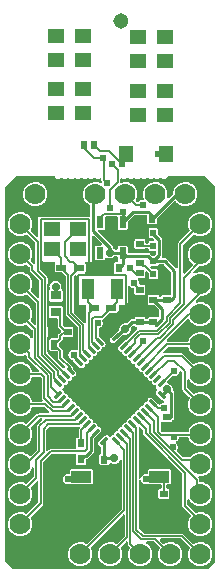
<source format=gtl>
G04 Layer: TopLayer*
G04 EasyEDA v6.5.22, 2022-11-29 03:43:51*
G04 8ec36cdae1d24b8a87879ab1f9b651ff,67344a67363949849f01d11c0c7cf016,10*
G04 Gerber Generator version 0.2*
G04 Scale: 100 percent, Rotated: No, Reflected: No *
G04 Dimensions in inches *
G04 leading zeros omitted , absolute positions ,3 integer and 6 decimal *
%FSLAX36Y36*%
%MOIN*%

%AMMACRO1*21,1,$1,$2,0,0,$3*%
%AMMACRO2*1,1,$1,$2,$3*1,1,$1,$4,$5*20,1,$1,$2,$3,$4,$5,0*%
%ADD10C,0.0060*%
%ADD11C,0.0050*%
%ADD12C,0.0100*%
%ADD13C,0.0200*%
%ADD14C,0.0080*%
%ADD15C,0.0070*%
%ADD16R,0.0571X0.0457*%
%ADD17R,0.0256X0.0236*%
%ADD18R,0.0236X0.0256*%
%ADD19MACRO1,0.0213X0.0311X-90.0000*%
%ADD20MACRO1,0.0213X0.0311X90.0000*%
%ADD21MACRO1,0.0213X0.0311X0.0000*%
%ADD22R,0.0213X0.0311*%
%ADD23R,0.0340X0.0315*%
%ADD24R,0.0236X0.0394*%
%ADD25R,0.0197X0.0236*%
%ADD26R,0.0669X0.0394*%
%ADD27MACRO2,0.011X-0.0086X0.0086X0.0086X-0.0086*%
%ADD28MACRO2,0.011X-0.0086X-0.0086X0.0086X0.0086*%
%ADD29MACRO1,0.2165X0.2165X-135.0000*%
%ADD30R,0.0551X0.0472*%
%ADD31R,0.0394X0.0709*%
%ADD32R,0.0472X0.0551*%
%ADD33C,0.0514*%
%ADD34C,0.0700*%
%ADD35C,0.0240*%
%ADD36C,0.0280*%
%ADD37C,0.0125*%

%LPD*%
G36*
X371480Y-895000D02*
G01*
X369739Y-894620D01*
X368360Y-893520D01*
X367580Y-891940D01*
X367560Y-890160D01*
X368560Y-888220D01*
X369080Y-886960D01*
X369300Y-885360D01*
X369300Y-864640D01*
X369080Y-863040D01*
X367560Y-859840D01*
X367580Y-858060D01*
X368360Y-856480D01*
X369739Y-855380D01*
X371480Y-855000D01*
X389600Y-855000D01*
X390000Y-854599D01*
X390000Y-772080D01*
X390300Y-770560D01*
X391180Y-769260D01*
X392460Y-768379D01*
X394000Y-768080D01*
X395540Y-768379D01*
X396820Y-769260D01*
X422040Y-794460D01*
X422920Y-795759D01*
X423220Y-797300D01*
X422920Y-798820D01*
X422040Y-800120D01*
X420740Y-801000D01*
X419219Y-801300D01*
X406040Y-801300D01*
X404440Y-801500D01*
X403200Y-802020D01*
X402140Y-802840D01*
X401320Y-803920D01*
X400800Y-805160D01*
X400580Y-806760D01*
X400580Y-845600D01*
X400800Y-847200D01*
X401320Y-848439D01*
X402140Y-849520D01*
X403200Y-850340D01*
X404440Y-850860D01*
X406040Y-851060D01*
X429140Y-851060D01*
X430740Y-850860D01*
X431980Y-850340D01*
X433060Y-849520D01*
X433880Y-848439D01*
X434400Y-847200D01*
X434600Y-845120D01*
X434960Y-843460D01*
X435959Y-842120D01*
X437440Y-841280D01*
X439120Y-841140D01*
X440720Y-841720D01*
X441440Y-842180D01*
X444760Y-843460D01*
X448240Y-844100D01*
X451780Y-844100D01*
X455240Y-843460D01*
X458560Y-842180D01*
X461560Y-840300D01*
X464180Y-837920D01*
X465040Y-836780D01*
X465920Y-835939D01*
X467020Y-835380D01*
X468220Y-835200D01*
X471380Y-835200D01*
X472920Y-835500D01*
X474219Y-836380D01*
X475080Y-837660D01*
X475379Y-839200D01*
X475379Y-845600D01*
X475600Y-847200D01*
X476120Y-848460D01*
X478400Y-851080D01*
X478880Y-852660D01*
X478680Y-854300D01*
X477840Y-855699D01*
X476500Y-856660D01*
X474900Y-857000D01*
X470160Y-857000D01*
X468560Y-857220D01*
X467299Y-857740D01*
X466240Y-858560D01*
X465420Y-859620D01*
X464900Y-860860D01*
X464700Y-862460D01*
X464700Y-887540D01*
X465340Y-891000D01*
X465040Y-892540D01*
X464180Y-893820D01*
X462879Y-894700D01*
X461340Y-895000D01*
G37*

%LPD*%
G36*
X246180Y-949580D02*
G01*
X244660Y-949260D01*
X243359Y-948400D01*
X242500Y-947099D01*
X242200Y-945580D01*
X242200Y-942280D01*
X242540Y-940680D01*
X243460Y-939360D01*
X244860Y-938520D01*
X246460Y-938280D01*
X248039Y-938720D01*
X249300Y-939740D01*
X250040Y-941180D01*
X250780Y-943760D01*
X250920Y-945180D01*
X250560Y-946540D01*
X249740Y-947700D01*
X249000Y-948420D01*
X247700Y-949280D01*
G37*

%LPD*%
G36*
X367060Y-1059520D02*
G01*
X365520Y-1059200D01*
X364240Y-1058340D01*
X330880Y-1024980D01*
X330000Y-1023680D01*
X329700Y-1022159D01*
X329700Y-906340D01*
X330000Y-904820D01*
X330880Y-903520D01*
X333180Y-901220D01*
X334460Y-900360D01*
X336000Y-900040D01*
X337540Y-900360D01*
X338820Y-901220D01*
X339700Y-902520D01*
X340000Y-904040D01*
X340000Y-1019599D01*
X340400Y-1020000D01*
X367740Y-1020000D01*
X369240Y-1020300D01*
X370540Y-1021140D01*
X371400Y-1022400D01*
X371740Y-1023900D01*
X371320Y-1025860D01*
X371060Y-1027940D01*
X371060Y-1055520D01*
X370760Y-1057040D01*
X369880Y-1058340D01*
X368600Y-1059200D01*
G37*

%LPD*%
G36*
X246200Y-1115800D02*
G01*
X244660Y-1115500D01*
X243380Y-1114620D01*
X242500Y-1113320D01*
X242200Y-1111800D01*
X242200Y-1044419D01*
X242540Y-1042820D01*
X243480Y-1041500D01*
X244899Y-1040639D01*
X246520Y-1040440D01*
X248080Y-1040900D01*
X250420Y-1042780D01*
X251660Y-1043300D01*
X253260Y-1043500D01*
X271800Y-1043500D01*
X273340Y-1043800D01*
X274620Y-1044680D01*
X275500Y-1045980D01*
X275800Y-1047500D01*
X275800Y-1069940D01*
X276200Y-1072440D01*
X277000Y-1074220D01*
X278380Y-1075960D01*
X285800Y-1083400D01*
X286680Y-1084700D01*
X286980Y-1086240D01*
X286680Y-1087760D01*
X285800Y-1089060D01*
X278980Y-1095900D01*
X277760Y-1097660D01*
X277060Y-1099500D01*
X276800Y-1101700D01*
X276800Y-1106400D01*
X276500Y-1107940D01*
X275320Y-1109540D01*
X274040Y-1110400D01*
X272500Y-1110700D01*
X254640Y-1110700D01*
X253039Y-1110920D01*
X251780Y-1111440D01*
X250720Y-1112260D01*
X249020Y-1114620D01*
X247740Y-1115500D01*
G37*

%LPD*%
G36*
X296640Y-1210540D02*
G01*
X294980Y-1210300D01*
X293580Y-1209380D01*
X243380Y-1159180D01*
X242500Y-1157880D01*
X242200Y-1156340D01*
X242200Y-1151120D01*
X242500Y-1149600D01*
X243380Y-1148300D01*
X244660Y-1147420D01*
X246200Y-1147120D01*
X247740Y-1147420D01*
X249020Y-1148300D01*
X250720Y-1150660D01*
X251780Y-1151480D01*
X253039Y-1152000D01*
X254640Y-1152220D01*
X272460Y-1152220D01*
X273980Y-1152520D01*
X275620Y-1153720D01*
X276500Y-1155020D01*
X276800Y-1156560D01*
X276800Y-1175940D01*
X277200Y-1178440D01*
X278000Y-1180220D01*
X279380Y-1181960D01*
X299600Y-1202200D01*
X300400Y-1203320D01*
X300760Y-1204620D01*
X300660Y-1205980D01*
X300280Y-1207500D01*
X299560Y-1209020D01*
X298260Y-1210100D01*
G37*

%LPD*%
G36*
X241200Y-1485540D02*
G01*
X239660Y-1485240D01*
X238380Y-1484379D01*
X237500Y-1483080D01*
X237200Y-1481540D01*
X237200Y-1418060D01*
X237500Y-1416519D01*
X238380Y-1415220D01*
X247220Y-1406380D01*
X248520Y-1405500D01*
X250060Y-1405200D01*
X346019Y-1405200D01*
X347700Y-1405580D01*
X349080Y-1406620D01*
X349880Y-1408140D01*
X349960Y-1409880D01*
X349320Y-1411480D01*
X348040Y-1413320D01*
X347380Y-1415040D01*
X347120Y-1417120D01*
X347120Y-1438000D01*
X346820Y-1439540D01*
X345959Y-1440840D01*
X344660Y-1441699D01*
X343120Y-1442000D01*
X342160Y-1442000D01*
X340560Y-1442220D01*
X339300Y-1442740D01*
X338240Y-1443560D01*
X337420Y-1444620D01*
X336900Y-1445860D01*
X336700Y-1447460D01*
X336700Y-1472540D01*
X336920Y-1474280D01*
X336780Y-1475960D01*
X335959Y-1477440D01*
X334600Y-1478440D01*
X332960Y-1478800D01*
X253060Y-1478800D01*
X250560Y-1479199D01*
X248780Y-1480000D01*
X247040Y-1481380D01*
X244020Y-1484379D01*
X242740Y-1485240D01*
G37*

%LPD*%
G36*
X127739Y-1879800D02*
G01*
X126199Y-1879500D01*
X124920Y-1878620D01*
X102380Y-1856080D01*
X101500Y-1854800D01*
X101199Y-1853260D01*
X101199Y-606740D01*
X101500Y-605200D01*
X102380Y-603920D01*
X134920Y-571380D01*
X136200Y-570500D01*
X137740Y-570200D01*
X263820Y-570200D01*
X265420Y-570540D01*
X266740Y-571480D01*
X267600Y-572880D01*
X267940Y-573840D01*
X269260Y-575960D01*
X271040Y-577740D01*
X273160Y-579060D01*
X275520Y-579900D01*
X278000Y-580180D01*
X280480Y-579900D01*
X282840Y-579060D01*
X284960Y-577740D01*
X286180Y-576540D01*
X287460Y-575660D01*
X289000Y-575360D01*
X290540Y-575660D01*
X291820Y-576540D01*
X293040Y-577740D01*
X295160Y-579060D01*
X297520Y-579900D01*
X300000Y-580180D01*
X302480Y-579900D01*
X304840Y-579060D01*
X306960Y-577740D01*
X308180Y-576540D01*
X309460Y-575660D01*
X311000Y-575360D01*
X312540Y-575660D01*
X313820Y-576540D01*
X315040Y-577740D01*
X317160Y-579060D01*
X319520Y-579900D01*
X322000Y-580180D01*
X324480Y-579900D01*
X326840Y-579060D01*
X328960Y-577740D01*
X330180Y-576540D01*
X331460Y-575660D01*
X333000Y-575360D01*
X334540Y-575660D01*
X335820Y-576540D01*
X337040Y-577740D01*
X339159Y-579060D01*
X341520Y-579900D01*
X344000Y-580180D01*
X346480Y-579900D01*
X348840Y-579060D01*
X350959Y-577740D01*
X352180Y-576540D01*
X353459Y-575660D01*
X355000Y-575360D01*
X356540Y-575660D01*
X357819Y-576540D01*
X359040Y-577740D01*
X361160Y-579060D01*
X363519Y-579900D01*
X366000Y-580180D01*
X368480Y-579900D01*
X370840Y-579060D01*
X372960Y-577740D01*
X374180Y-576540D01*
X375460Y-575660D01*
X377000Y-575360D01*
X378540Y-575660D01*
X379820Y-576540D01*
X381040Y-577740D01*
X383160Y-579060D01*
X385520Y-579900D01*
X388000Y-580180D01*
X390480Y-579900D01*
X392840Y-579060D01*
X394960Y-577740D01*
X395680Y-577040D01*
X396960Y-576160D01*
X398500Y-575860D01*
X400040Y-576160D01*
X401320Y-577040D01*
X402040Y-577740D01*
X404159Y-579060D01*
X406520Y-579900D01*
X409000Y-580180D01*
X411480Y-579900D01*
X413840Y-579060D01*
X415680Y-577920D01*
X417260Y-577340D01*
X418960Y-577480D01*
X420439Y-578300D01*
X421440Y-579660D01*
X421800Y-581300D01*
X421800Y-582760D01*
X422060Y-584960D01*
X422780Y-586820D01*
X423400Y-587740D01*
X424000Y-589180D01*
X423980Y-590980D01*
X423440Y-592320D01*
X422480Y-593400D01*
X421200Y-594060D01*
X419760Y-594200D01*
X418360Y-593840D01*
X415439Y-592500D01*
X410319Y-590900D01*
X405020Y-590020D01*
X399660Y-589840D01*
X394320Y-590360D01*
X389099Y-591620D01*
X384080Y-593540D01*
X379380Y-596120D01*
X375060Y-599300D01*
X371200Y-603040D01*
X367860Y-607260D01*
X365120Y-611880D01*
X363040Y-616820D01*
X361620Y-622000D01*
X360900Y-627320D01*
X360900Y-632680D01*
X361620Y-638000D01*
X363040Y-643180D01*
X365120Y-648120D01*
X367860Y-652740D01*
X371200Y-656960D01*
X375060Y-660699D01*
X379380Y-663880D01*
X381719Y-665160D01*
X382819Y-666060D01*
X383540Y-667280D01*
X383800Y-668680D01*
X383800Y-701000D01*
X383500Y-702540D01*
X382620Y-703820D01*
X381340Y-704700D01*
X379799Y-705000D01*
X210400Y-705000D01*
X210000Y-705400D01*
X210000Y-767740D01*
X209700Y-769280D01*
X208820Y-770580D01*
X207540Y-771440D01*
X206000Y-771740D01*
X204460Y-771440D01*
X203180Y-770580D01*
X186780Y-754200D01*
X185880Y-752800D01*
X185620Y-751160D01*
X186040Y-749560D01*
X188000Y-745699D01*
X189760Y-740620D01*
X190840Y-735360D01*
X191200Y-730000D01*
X190840Y-724640D01*
X189760Y-719380D01*
X188000Y-714300D01*
X185580Y-709520D01*
X182540Y-705100D01*
X178939Y-701100D01*
X174840Y-697640D01*
X170320Y-694760D01*
X165440Y-692500D01*
X160320Y-690900D01*
X155020Y-690020D01*
X149660Y-689840D01*
X144320Y-690360D01*
X139100Y-691620D01*
X134080Y-693540D01*
X129380Y-696120D01*
X125060Y-699300D01*
X121199Y-703040D01*
X117860Y-707260D01*
X115120Y-711880D01*
X113040Y-716820D01*
X111620Y-722000D01*
X110900Y-727320D01*
X110900Y-732680D01*
X111620Y-738000D01*
X113040Y-743180D01*
X115120Y-748120D01*
X117860Y-752740D01*
X121199Y-756960D01*
X125060Y-760699D01*
X129380Y-763880D01*
X134080Y-766460D01*
X139100Y-768379D01*
X144320Y-769640D01*
X149660Y-770160D01*
X155020Y-769980D01*
X160320Y-769100D01*
X165440Y-767500D01*
X170700Y-765040D01*
X172280Y-764659D01*
X173880Y-764940D01*
X175240Y-765819D01*
X199620Y-790220D01*
X200500Y-791520D01*
X200799Y-793060D01*
X200799Y-858540D01*
X200500Y-860080D01*
X199620Y-861380D01*
X198340Y-862240D01*
X196800Y-862540D01*
X195260Y-862240D01*
X193980Y-861380D01*
X186780Y-854200D01*
X185880Y-852800D01*
X185620Y-851160D01*
X186040Y-849560D01*
X188000Y-845699D01*
X189760Y-840620D01*
X190840Y-835360D01*
X191200Y-830000D01*
X190840Y-824640D01*
X189760Y-819380D01*
X188000Y-814300D01*
X185580Y-809520D01*
X182540Y-805100D01*
X178939Y-801100D01*
X174840Y-797640D01*
X170320Y-794760D01*
X165440Y-792500D01*
X160320Y-790900D01*
X155020Y-790020D01*
X149660Y-789840D01*
X144320Y-790360D01*
X139100Y-791620D01*
X134080Y-793540D01*
X129380Y-796120D01*
X125060Y-799300D01*
X121199Y-803040D01*
X117860Y-807260D01*
X115120Y-811880D01*
X113040Y-816820D01*
X111620Y-822000D01*
X110900Y-827320D01*
X110900Y-832680D01*
X111620Y-838000D01*
X113040Y-843180D01*
X115120Y-848120D01*
X117860Y-852740D01*
X121199Y-856960D01*
X125060Y-860699D01*
X129380Y-863880D01*
X134080Y-866460D01*
X139100Y-868379D01*
X144320Y-869640D01*
X149660Y-870160D01*
X155020Y-869980D01*
X160320Y-869100D01*
X165440Y-867500D01*
X170700Y-865040D01*
X172280Y-864659D01*
X173880Y-864940D01*
X175240Y-865819D01*
X181620Y-872220D01*
X182500Y-873520D01*
X182800Y-875040D01*
X182820Y-883360D01*
X183200Y-885440D01*
X184000Y-887220D01*
X185380Y-888960D01*
X213619Y-917220D01*
X214500Y-918520D01*
X214800Y-920060D01*
X214800Y-972540D01*
X214500Y-974080D01*
X213619Y-975380D01*
X212340Y-976240D01*
X210799Y-976540D01*
X209259Y-976240D01*
X207979Y-975380D01*
X186780Y-954200D01*
X185880Y-952800D01*
X185620Y-951160D01*
X186040Y-949560D01*
X188000Y-945699D01*
X189760Y-940620D01*
X190840Y-935360D01*
X191200Y-930000D01*
X190840Y-924640D01*
X189760Y-919380D01*
X188000Y-914300D01*
X185580Y-909520D01*
X182540Y-905100D01*
X178939Y-901100D01*
X174840Y-897640D01*
X170320Y-894760D01*
X165440Y-892500D01*
X160320Y-890900D01*
X155020Y-890020D01*
X149660Y-889840D01*
X144320Y-890360D01*
X139100Y-891620D01*
X134080Y-893540D01*
X129380Y-896120D01*
X125060Y-899300D01*
X121199Y-903040D01*
X117860Y-907260D01*
X115120Y-911880D01*
X113040Y-916820D01*
X111620Y-922000D01*
X110900Y-927320D01*
X110900Y-932680D01*
X111620Y-938000D01*
X113040Y-943180D01*
X115120Y-948120D01*
X117860Y-952740D01*
X121199Y-956960D01*
X125060Y-960699D01*
X129380Y-963880D01*
X134080Y-966460D01*
X139100Y-968379D01*
X144320Y-969640D01*
X149660Y-970160D01*
X155020Y-969980D01*
X160320Y-969100D01*
X165440Y-967500D01*
X170700Y-965040D01*
X172280Y-964659D01*
X173880Y-964940D01*
X175240Y-965819D01*
X202620Y-993220D01*
X203500Y-994520D01*
X203800Y-996060D01*
X203800Y-1061540D01*
X203500Y-1063080D01*
X202620Y-1064380D01*
X201340Y-1065240D01*
X199800Y-1065540D01*
X198260Y-1065240D01*
X196980Y-1064380D01*
X186780Y-1054200D01*
X185880Y-1052800D01*
X185620Y-1051160D01*
X186040Y-1049560D01*
X188000Y-1045699D01*
X189760Y-1040620D01*
X190840Y-1035360D01*
X191200Y-1030000D01*
X190840Y-1024640D01*
X189760Y-1019380D01*
X188000Y-1014300D01*
X185580Y-1009520D01*
X182540Y-1005100D01*
X178939Y-1001100D01*
X174840Y-997640D01*
X170320Y-994760D01*
X165440Y-992500D01*
X160320Y-990900D01*
X155020Y-990020D01*
X149660Y-989840D01*
X144320Y-990360D01*
X139100Y-991620D01*
X134080Y-993540D01*
X129380Y-996120D01*
X125060Y-999300D01*
X121199Y-1003040D01*
X117860Y-1007260D01*
X115120Y-1011880D01*
X113040Y-1016820D01*
X111620Y-1022000D01*
X110900Y-1027320D01*
X110900Y-1032680D01*
X111620Y-1038000D01*
X113040Y-1043180D01*
X115120Y-1048120D01*
X117860Y-1052740D01*
X121199Y-1056960D01*
X125060Y-1060700D01*
X129380Y-1063880D01*
X134080Y-1066460D01*
X139100Y-1068380D01*
X144320Y-1069640D01*
X149660Y-1070160D01*
X155020Y-1069980D01*
X160320Y-1069100D01*
X165440Y-1067500D01*
X170700Y-1065040D01*
X172280Y-1064660D01*
X173880Y-1064940D01*
X175240Y-1065820D01*
X191620Y-1082220D01*
X192500Y-1083520D01*
X192800Y-1085060D01*
X192800Y-1107140D01*
X192440Y-1108780D01*
X191439Y-1110140D01*
X189980Y-1110960D01*
X188320Y-1111120D01*
X186720Y-1110560D01*
X185500Y-1109400D01*
X182540Y-1105100D01*
X178939Y-1101100D01*
X174840Y-1097640D01*
X170320Y-1094760D01*
X165440Y-1092500D01*
X160320Y-1090900D01*
X155020Y-1090020D01*
X149660Y-1089840D01*
X144320Y-1090360D01*
X139100Y-1091620D01*
X134080Y-1093540D01*
X129380Y-1096120D01*
X125060Y-1099300D01*
X121199Y-1103040D01*
X117860Y-1107260D01*
X115120Y-1111880D01*
X113040Y-1116820D01*
X111620Y-1122000D01*
X110900Y-1127320D01*
X110900Y-1132680D01*
X111620Y-1138000D01*
X113040Y-1143180D01*
X115120Y-1148120D01*
X117860Y-1152740D01*
X121199Y-1156960D01*
X125060Y-1160700D01*
X129380Y-1163880D01*
X134080Y-1166460D01*
X139100Y-1168380D01*
X144320Y-1169640D01*
X149660Y-1170160D01*
X155020Y-1169980D01*
X160320Y-1169100D01*
X165440Y-1167500D01*
X167120Y-1166720D01*
X168660Y-1166360D01*
X170219Y-1166620D01*
X171560Y-1167460D01*
X172480Y-1168760D01*
X172800Y-1170320D01*
X172820Y-1172360D01*
X173200Y-1174440D01*
X174000Y-1176220D01*
X175380Y-1177960D01*
X212380Y-1214980D01*
X213240Y-1216260D01*
X213540Y-1217800D01*
X213240Y-1219340D01*
X212380Y-1220620D01*
X211080Y-1221500D01*
X209540Y-1221800D01*
X193440Y-1221800D01*
X191840Y-1221460D01*
X190520Y-1220520D01*
X189660Y-1219120D01*
X188000Y-1214300D01*
X185580Y-1209520D01*
X182540Y-1205100D01*
X178939Y-1201100D01*
X174840Y-1197640D01*
X170320Y-1194760D01*
X165440Y-1192500D01*
X160320Y-1190900D01*
X155020Y-1190020D01*
X149660Y-1189840D01*
X144320Y-1190360D01*
X139100Y-1191620D01*
X134080Y-1193540D01*
X129380Y-1196120D01*
X125060Y-1199300D01*
X121199Y-1203040D01*
X117860Y-1207260D01*
X115120Y-1211880D01*
X113040Y-1216820D01*
X111620Y-1222000D01*
X110900Y-1227320D01*
X110900Y-1232680D01*
X111620Y-1238000D01*
X113040Y-1243180D01*
X115120Y-1248120D01*
X117860Y-1252740D01*
X121199Y-1256960D01*
X125060Y-1260700D01*
X129380Y-1263880D01*
X134080Y-1266460D01*
X139100Y-1268380D01*
X144320Y-1269640D01*
X149660Y-1270160D01*
X155020Y-1269980D01*
X160320Y-1269100D01*
X165440Y-1267500D01*
X170320Y-1265240D01*
X174840Y-1262360D01*
X178939Y-1258900D01*
X182540Y-1254900D01*
X185580Y-1250480D01*
X188000Y-1245700D01*
X189660Y-1240880D01*
X190520Y-1239480D01*
X191840Y-1238540D01*
X193440Y-1238200D01*
X215940Y-1238200D01*
X217480Y-1238500D01*
X218780Y-1239380D01*
X221620Y-1242220D01*
X222500Y-1243520D01*
X222800Y-1245060D01*
X222800Y-1309940D01*
X223200Y-1312440D01*
X224000Y-1314220D01*
X224880Y-1315340D01*
X225640Y-1316940D01*
X225620Y-1318720D01*
X224840Y-1320300D01*
X223460Y-1321399D01*
X221720Y-1321800D01*
X193440Y-1321800D01*
X191840Y-1321459D01*
X190520Y-1320520D01*
X189660Y-1319120D01*
X188000Y-1314300D01*
X185580Y-1309520D01*
X182540Y-1305100D01*
X178939Y-1301100D01*
X174840Y-1297640D01*
X170320Y-1294760D01*
X165440Y-1292500D01*
X160320Y-1290900D01*
X155020Y-1290020D01*
X149660Y-1289840D01*
X144320Y-1290360D01*
X139100Y-1291620D01*
X134080Y-1293540D01*
X129380Y-1296120D01*
X125060Y-1299300D01*
X121199Y-1303040D01*
X117860Y-1307260D01*
X115120Y-1311879D01*
X113040Y-1316819D01*
X111620Y-1322000D01*
X110900Y-1327320D01*
X110900Y-1332680D01*
X111620Y-1338000D01*
X113040Y-1343180D01*
X115120Y-1348120D01*
X117860Y-1352740D01*
X121199Y-1356960D01*
X125060Y-1360700D01*
X129380Y-1363880D01*
X134080Y-1366459D01*
X139100Y-1368380D01*
X144320Y-1369640D01*
X149660Y-1370160D01*
X155020Y-1369980D01*
X160320Y-1369100D01*
X165440Y-1367500D01*
X170320Y-1365240D01*
X174840Y-1362360D01*
X178939Y-1358899D01*
X182540Y-1354900D01*
X185580Y-1350480D01*
X188000Y-1345700D01*
X189660Y-1340880D01*
X190520Y-1339480D01*
X191840Y-1338540D01*
X193440Y-1338200D01*
X229940Y-1338200D01*
X231480Y-1338500D01*
X232780Y-1339379D01*
X247380Y-1353980D01*
X248240Y-1355260D01*
X248540Y-1356800D01*
X248240Y-1358340D01*
X247380Y-1359620D01*
X246080Y-1360500D01*
X244540Y-1360800D01*
X212060Y-1360800D01*
X209560Y-1361200D01*
X207780Y-1362000D01*
X206040Y-1363380D01*
X175240Y-1394180D01*
X173880Y-1395060D01*
X172280Y-1395340D01*
X170700Y-1394960D01*
X165440Y-1392500D01*
X160320Y-1390900D01*
X155020Y-1390020D01*
X149660Y-1389840D01*
X144320Y-1390360D01*
X139100Y-1391620D01*
X134080Y-1393540D01*
X129380Y-1396120D01*
X125060Y-1399300D01*
X121199Y-1403040D01*
X117860Y-1407260D01*
X115120Y-1411879D01*
X113040Y-1416819D01*
X111620Y-1422000D01*
X110900Y-1427320D01*
X110900Y-1432680D01*
X111620Y-1438000D01*
X113040Y-1443180D01*
X115120Y-1448120D01*
X117860Y-1452740D01*
X121199Y-1456960D01*
X125060Y-1460700D01*
X129380Y-1463880D01*
X134080Y-1466459D01*
X139100Y-1468380D01*
X144320Y-1469640D01*
X149660Y-1470160D01*
X155020Y-1469980D01*
X160320Y-1469100D01*
X165440Y-1467500D01*
X170320Y-1465240D01*
X174840Y-1462360D01*
X178939Y-1458899D01*
X182540Y-1454900D01*
X185580Y-1450480D01*
X188000Y-1445700D01*
X189760Y-1440620D01*
X190840Y-1435360D01*
X191200Y-1430000D01*
X190840Y-1424640D01*
X189760Y-1419379D01*
X188000Y-1414300D01*
X186040Y-1410440D01*
X185620Y-1408839D01*
X185880Y-1407200D01*
X186780Y-1405800D01*
X214220Y-1378380D01*
X215520Y-1377500D01*
X217060Y-1377200D01*
X220539Y-1377200D01*
X222079Y-1377500D01*
X223380Y-1378380D01*
X224240Y-1379660D01*
X224540Y-1381200D01*
X224240Y-1382740D01*
X223380Y-1384019D01*
X209240Y-1398160D01*
X207760Y-1400200D01*
X207060Y-1402040D01*
X206800Y-1404240D01*
X206800Y-1479940D01*
X206500Y-1481480D01*
X205620Y-1482780D01*
X185880Y-1502520D01*
X184540Y-1503400D01*
X182960Y-1503700D01*
X181380Y-1503320D01*
X180080Y-1502380D01*
X178939Y-1501100D01*
X174840Y-1497640D01*
X170320Y-1494760D01*
X165440Y-1492500D01*
X160320Y-1490900D01*
X155020Y-1490020D01*
X149660Y-1489840D01*
X144320Y-1490360D01*
X139100Y-1491620D01*
X134080Y-1493540D01*
X129380Y-1496120D01*
X125060Y-1499300D01*
X121199Y-1503040D01*
X117860Y-1507260D01*
X115120Y-1511879D01*
X113040Y-1516819D01*
X111620Y-1522000D01*
X110900Y-1527320D01*
X110900Y-1532680D01*
X111620Y-1538000D01*
X113040Y-1543180D01*
X115120Y-1548120D01*
X117860Y-1552740D01*
X121199Y-1556960D01*
X125060Y-1560700D01*
X129380Y-1563880D01*
X134080Y-1566459D01*
X139100Y-1568380D01*
X144320Y-1569640D01*
X149660Y-1570160D01*
X155020Y-1569980D01*
X160320Y-1569100D01*
X165440Y-1567500D01*
X170320Y-1565240D01*
X174840Y-1562360D01*
X178939Y-1558899D01*
X182540Y-1554900D01*
X185580Y-1550480D01*
X188000Y-1545700D01*
X189020Y-1542760D01*
X189840Y-1541380D01*
X191119Y-1540440D01*
X192659Y-1540060D01*
X194240Y-1540340D01*
X195580Y-1541200D01*
X196480Y-1542500D01*
X196800Y-1544060D01*
X196800Y-1571220D01*
X196500Y-1572760D01*
X195620Y-1574060D01*
X175320Y-1594240D01*
X174220Y-1595020D01*
X172940Y-1595380D01*
X171600Y-1595300D01*
X165440Y-1592500D01*
X160320Y-1590900D01*
X155020Y-1590020D01*
X149660Y-1589840D01*
X144320Y-1590360D01*
X139100Y-1591620D01*
X134080Y-1593540D01*
X129380Y-1596120D01*
X125060Y-1599300D01*
X121199Y-1603040D01*
X117860Y-1607260D01*
X115120Y-1611879D01*
X113040Y-1616819D01*
X111620Y-1622000D01*
X110900Y-1627320D01*
X110900Y-1632680D01*
X111620Y-1638000D01*
X113040Y-1643180D01*
X115120Y-1648120D01*
X117860Y-1652740D01*
X121199Y-1656960D01*
X125060Y-1660700D01*
X129380Y-1663880D01*
X134080Y-1666459D01*
X139100Y-1668380D01*
X144320Y-1669640D01*
X149660Y-1670160D01*
X155020Y-1669980D01*
X160320Y-1669100D01*
X165440Y-1667500D01*
X170320Y-1665240D01*
X174840Y-1662360D01*
X178939Y-1658899D01*
X182540Y-1654900D01*
X185580Y-1650480D01*
X188000Y-1645700D01*
X189760Y-1640620D01*
X190840Y-1635360D01*
X191200Y-1630000D01*
X190840Y-1624640D01*
X189760Y-1619379D01*
X188000Y-1614300D01*
X186100Y-1610560D01*
X185680Y-1608940D01*
X185940Y-1607300D01*
X186860Y-1605920D01*
X204980Y-1587880D01*
X206280Y-1587020D01*
X207800Y-1586720D01*
X209340Y-1587020D01*
X210640Y-1587900D01*
X211500Y-1589199D01*
X211800Y-1590720D01*
X211800Y-1655940D01*
X211500Y-1657480D01*
X210620Y-1658779D01*
X175240Y-1694180D01*
X173880Y-1695060D01*
X172280Y-1695340D01*
X170700Y-1694960D01*
X165440Y-1692500D01*
X160320Y-1690900D01*
X155020Y-1690020D01*
X149660Y-1689840D01*
X144320Y-1690360D01*
X139100Y-1691620D01*
X134080Y-1693540D01*
X129380Y-1696120D01*
X125060Y-1699300D01*
X121199Y-1703040D01*
X117860Y-1707260D01*
X115120Y-1711879D01*
X113040Y-1716819D01*
X111620Y-1722000D01*
X110900Y-1727320D01*
X110900Y-1732680D01*
X111620Y-1738000D01*
X113040Y-1743180D01*
X115120Y-1748120D01*
X117860Y-1752740D01*
X121199Y-1756960D01*
X125060Y-1760700D01*
X129380Y-1763880D01*
X134080Y-1766459D01*
X139100Y-1768380D01*
X144320Y-1769640D01*
X149660Y-1770160D01*
X155020Y-1769980D01*
X160320Y-1769100D01*
X165440Y-1767500D01*
X170320Y-1765240D01*
X174840Y-1762360D01*
X178939Y-1758899D01*
X182540Y-1754900D01*
X185580Y-1750480D01*
X188000Y-1745700D01*
X189760Y-1740620D01*
X190840Y-1735360D01*
X191200Y-1730000D01*
X190840Y-1724640D01*
X189760Y-1719379D01*
X188000Y-1714300D01*
X186040Y-1710440D01*
X185620Y-1708839D01*
X185880Y-1707200D01*
X186780Y-1705800D01*
X225760Y-1666840D01*
X227240Y-1664800D01*
X227940Y-1662960D01*
X228200Y-1660760D01*
X228200Y-1525060D01*
X228500Y-1523520D01*
X229380Y-1522220D01*
X255219Y-1496380D01*
X256520Y-1495500D01*
X258060Y-1495200D01*
X332960Y-1495200D01*
X334600Y-1495560D01*
X335959Y-1496560D01*
X336780Y-1498040D01*
X336920Y-1499720D01*
X336700Y-1501459D01*
X336700Y-1526540D01*
X336900Y-1528140D01*
X337420Y-1529379D01*
X338240Y-1530440D01*
X339300Y-1531260D01*
X340560Y-1531780D01*
X342160Y-1532000D01*
X365240Y-1532000D01*
X366840Y-1531780D01*
X368100Y-1531260D01*
X369159Y-1530440D01*
X369980Y-1529379D01*
X370500Y-1528140D01*
X370720Y-1526540D01*
X370720Y-1516960D01*
X370980Y-1515520D01*
X371740Y-1514259D01*
X372920Y-1513380D01*
X374480Y-1512580D01*
X376300Y-1511140D01*
X395140Y-1492300D01*
X396640Y-1490420D01*
X397620Y-1488360D01*
X398120Y-1486140D01*
X398200Y-1484880D01*
X398200Y-1445580D01*
X398380Y-1444400D01*
X398900Y-1443340D01*
X399700Y-1442460D01*
X401800Y-1440800D01*
X418740Y-1423860D01*
X420360Y-1421800D01*
X421400Y-1419640D01*
X421940Y-1417320D01*
X421940Y-1414920D01*
X421400Y-1412580D01*
X420360Y-1410440D01*
X418880Y-1408560D01*
X417000Y-1407080D01*
X414840Y-1406040D01*
X412520Y-1405500D01*
X410480Y-1405200D01*
X409180Y-1404319D01*
X408320Y-1403040D01*
X408000Y-1401000D01*
X407480Y-1398660D01*
X406440Y-1396500D01*
X404940Y-1394640D01*
X403080Y-1393140D01*
X400920Y-1392100D01*
X398579Y-1391560D01*
X396540Y-1391260D01*
X395260Y-1390400D01*
X394380Y-1389100D01*
X394080Y-1387060D01*
X393540Y-1384720D01*
X392500Y-1382580D01*
X391019Y-1380700D01*
X389140Y-1379220D01*
X386980Y-1378180D01*
X384660Y-1377640D01*
X382620Y-1377340D01*
X381320Y-1376459D01*
X380460Y-1375180D01*
X380140Y-1373140D01*
X379620Y-1370800D01*
X378579Y-1368640D01*
X377080Y-1366780D01*
X375220Y-1365280D01*
X373060Y-1364240D01*
X370720Y-1363700D01*
X368760Y-1363400D01*
X367460Y-1362540D01*
X366599Y-1361240D01*
X366300Y-1359280D01*
X365760Y-1356940D01*
X364720Y-1354780D01*
X363220Y-1352920D01*
X361360Y-1351420D01*
X359200Y-1350380D01*
X356860Y-1349860D01*
X354820Y-1349540D01*
X353540Y-1348680D01*
X352660Y-1347380D01*
X352360Y-1345340D01*
X351820Y-1343020D01*
X350780Y-1340860D01*
X349300Y-1338980D01*
X347420Y-1337500D01*
X345280Y-1336459D01*
X342939Y-1335920D01*
X340900Y-1335620D01*
X339600Y-1334740D01*
X338740Y-1333460D01*
X338440Y-1331420D01*
X337900Y-1329079D01*
X336860Y-1326920D01*
X335360Y-1325060D01*
X333500Y-1323560D01*
X331340Y-1322520D01*
X329000Y-1322000D01*
X326960Y-1321680D01*
X325680Y-1320820D01*
X324799Y-1319520D01*
X324500Y-1317480D01*
X323960Y-1315160D01*
X322920Y-1313000D01*
X321440Y-1311120D01*
X319560Y-1309640D01*
X317420Y-1308600D01*
X315080Y-1308060D01*
X313040Y-1307760D01*
X311740Y-1306879D01*
X310880Y-1305600D01*
X310580Y-1303560D01*
X310040Y-1301220D01*
X309000Y-1299060D01*
X307500Y-1297200D01*
X305640Y-1295700D01*
X303480Y-1294660D01*
X301140Y-1294139D01*
X299100Y-1293820D01*
X297820Y-1292960D01*
X296940Y-1291660D01*
X296640Y-1289620D01*
X296100Y-1287300D01*
X295060Y-1285140D01*
X292460Y-1282060D01*
X291960Y-1280720D01*
X291960Y-1279280D01*
X292460Y-1277940D01*
X293580Y-1276740D01*
X295060Y-1274880D01*
X296100Y-1272720D01*
X296640Y-1270380D01*
X296940Y-1268340D01*
X297800Y-1267040D01*
X299100Y-1266180D01*
X301140Y-1265880D01*
X303480Y-1265340D01*
X305640Y-1264300D01*
X307500Y-1262820D01*
X309000Y-1260940D01*
X310040Y-1258780D01*
X310560Y-1256460D01*
X310880Y-1254420D01*
X311740Y-1253120D01*
X313040Y-1252240D01*
X315080Y-1251940D01*
X317400Y-1251420D01*
X319560Y-1250380D01*
X321440Y-1248880D01*
X322920Y-1247020D01*
X323960Y-1244860D01*
X324500Y-1242520D01*
X324799Y-1240480D01*
X325660Y-1239180D01*
X326960Y-1238320D01*
X329000Y-1238020D01*
X331340Y-1237480D01*
X333500Y-1236440D01*
X335360Y-1234960D01*
X336860Y-1233080D01*
X337900Y-1230920D01*
X338420Y-1228600D01*
X338420Y-1226200D01*
X337900Y-1223860D01*
X336860Y-1221700D01*
X335220Y-1219660D01*
X328560Y-1213000D01*
X327720Y-1211760D01*
X327000Y-1207760D01*
X326200Y-1205980D01*
X324820Y-1204240D01*
X294380Y-1173780D01*
X293500Y-1172480D01*
X293200Y-1170940D01*
X293200Y-1151560D01*
X292800Y-1149060D01*
X292000Y-1147280D01*
X290620Y-1145540D01*
X282000Y-1136900D01*
X281140Y-1135600D01*
X280840Y-1134080D01*
X280840Y-1128880D01*
X281140Y-1127360D01*
X282000Y-1126060D01*
X290620Y-1117420D01*
X292000Y-1115680D01*
X292800Y-1113900D01*
X293180Y-1111820D01*
X293200Y-1109280D01*
X293520Y-1107760D01*
X294380Y-1106480D01*
X295680Y-1105620D01*
X297200Y-1105300D01*
X322540Y-1105320D01*
X324140Y-1105100D01*
X325379Y-1104580D01*
X326440Y-1103760D01*
X327260Y-1102700D01*
X327780Y-1101440D01*
X328000Y-1099840D01*
X328000Y-1076760D01*
X327780Y-1075160D01*
X327260Y-1073900D01*
X326440Y-1072840D01*
X325379Y-1072020D01*
X324140Y-1071500D01*
X322540Y-1071300D01*
X298540Y-1071300D01*
X297020Y-1070980D01*
X295720Y-1070120D01*
X293380Y-1067780D01*
X292500Y-1066480D01*
X292200Y-1064940D01*
X292220Y-1007060D01*
X292000Y-1005480D01*
X291480Y-1004220D01*
X290660Y-1003160D01*
X289600Y-1002340D01*
X288340Y-1001820D01*
X286760Y-1001600D01*
X253260Y-1001600D01*
X251660Y-1001820D01*
X250420Y-1002340D01*
X248080Y-1004200D01*
X246520Y-1004659D01*
X244899Y-1004460D01*
X243480Y-1003620D01*
X242540Y-1002280D01*
X242200Y-1000680D01*
X242200Y-989320D01*
X242540Y-987720D01*
X243480Y-986380D01*
X244899Y-985540D01*
X246520Y-985340D01*
X248080Y-985800D01*
X250420Y-987660D01*
X251660Y-988180D01*
X253260Y-988400D01*
X286760Y-988400D01*
X288340Y-988180D01*
X289600Y-987660D01*
X290660Y-986840D01*
X291480Y-985780D01*
X292000Y-984520D01*
X292220Y-982940D01*
X292220Y-951960D01*
X292000Y-950360D01*
X291480Y-949120D01*
X290700Y-948080D01*
X289040Y-946880D01*
X287960Y-945680D01*
X287440Y-944160D01*
X287560Y-942560D01*
X287860Y-941520D01*
X288180Y-938000D01*
X287860Y-934479D01*
X286880Y-931080D01*
X285300Y-927900D01*
X283180Y-925080D01*
X280560Y-922700D01*
X277560Y-920819D01*
X274240Y-919539D01*
X270780Y-918900D01*
X267240Y-918900D01*
X263760Y-919539D01*
X260440Y-920819D01*
X257440Y-922700D01*
X254820Y-925080D01*
X252700Y-927900D01*
X251119Y-931080D01*
X250040Y-934820D01*
X249300Y-936260D01*
X248039Y-937280D01*
X246460Y-937720D01*
X244860Y-937480D01*
X243460Y-936640D01*
X242540Y-935320D01*
X242200Y-933720D01*
X242200Y-910060D01*
X241800Y-907560D01*
X241000Y-905780D01*
X239620Y-904040D01*
X218380Y-882780D01*
X217500Y-881480D01*
X217200Y-879940D01*
X217200Y-859000D01*
X217500Y-857460D01*
X218380Y-856180D01*
X219660Y-855300D01*
X221200Y-855000D01*
X263520Y-855000D01*
X265260Y-855380D01*
X266640Y-856480D01*
X267420Y-858060D01*
X267440Y-859840D01*
X266440Y-861780D01*
X265920Y-863040D01*
X265700Y-864640D01*
X265700Y-885360D01*
X265920Y-886960D01*
X266440Y-888220D01*
X267260Y-889280D01*
X268320Y-890100D01*
X269560Y-890620D01*
X271160Y-890840D01*
X289780Y-890840D01*
X291320Y-891140D01*
X292620Y-892000D01*
X302120Y-901520D01*
X303000Y-902820D01*
X303300Y-904340D01*
X303300Y-1030939D01*
X303680Y-1033280D01*
X304440Y-1034960D01*
X305720Y-1036620D01*
X342020Y-1072920D01*
X342900Y-1074220D01*
X343200Y-1075740D01*
X343200Y-1146520D01*
X342860Y-1148140D01*
X341880Y-1149500D01*
X340439Y-1150320D01*
X338780Y-1150500D01*
X337200Y-1149980D01*
X336140Y-1149380D01*
X333060Y-1148300D01*
X329820Y-1147840D01*
X326560Y-1148000D01*
X323380Y-1148760D01*
X320400Y-1150120D01*
X317740Y-1152020D01*
X315500Y-1154380D01*
X313720Y-1157120D01*
X312520Y-1160160D01*
X311900Y-1163360D01*
X311900Y-1166640D01*
X312520Y-1169840D01*
X313720Y-1172880D01*
X315500Y-1175620D01*
X317740Y-1177980D01*
X320400Y-1179880D01*
X323380Y-1181240D01*
X325100Y-1181660D01*
X326440Y-1182260D01*
X327480Y-1183300D01*
X328060Y-1184660D01*
X328320Y-1185800D01*
X329360Y-1187960D01*
X331000Y-1190000D01*
X347939Y-1206960D01*
X349980Y-1208580D01*
X352140Y-1209620D01*
X354480Y-1210160D01*
X356860Y-1210160D01*
X359200Y-1209620D01*
X361360Y-1208580D01*
X363220Y-1207100D01*
X364720Y-1205220D01*
X365760Y-1203060D01*
X366280Y-1200740D01*
X366599Y-1198760D01*
X367460Y-1197460D01*
X368760Y-1196600D01*
X370720Y-1196300D01*
X373060Y-1195760D01*
X375220Y-1194720D01*
X377080Y-1193240D01*
X378579Y-1191360D01*
X379620Y-1189200D01*
X380140Y-1186880D01*
X380439Y-1184840D01*
X381320Y-1183540D01*
X382620Y-1182660D01*
X384660Y-1182360D01*
X386980Y-1181840D01*
X389140Y-1180800D01*
X391019Y-1179300D01*
X392500Y-1177440D01*
X393540Y-1175280D01*
X394080Y-1172940D01*
X394380Y-1170900D01*
X395240Y-1169600D01*
X396540Y-1168740D01*
X398579Y-1168440D01*
X400920Y-1167900D01*
X403080Y-1166860D01*
X404940Y-1165380D01*
X406440Y-1163500D01*
X407480Y-1161340D01*
X408000Y-1159020D01*
X408300Y-1156980D01*
X409180Y-1155680D01*
X410480Y-1154800D01*
X412520Y-1154500D01*
X414840Y-1153980D01*
X417000Y-1152940D01*
X418880Y-1151440D01*
X420360Y-1149580D01*
X421400Y-1147420D01*
X421940Y-1145080D01*
X422239Y-1143040D01*
X423100Y-1141740D01*
X424400Y-1140880D01*
X426440Y-1140580D01*
X428780Y-1140040D01*
X430940Y-1139000D01*
X432800Y-1137520D01*
X434300Y-1135640D01*
X435340Y-1133480D01*
X435860Y-1131160D01*
X435860Y-1128760D01*
X435340Y-1126420D01*
X434300Y-1124260D01*
X432660Y-1122220D01*
X415720Y-1105280D01*
X414700Y-1104480D01*
X413900Y-1103600D01*
X413380Y-1102520D01*
X413200Y-1101340D01*
X413200Y-1079500D01*
X413540Y-1077900D01*
X414480Y-1076560D01*
X418960Y-1074000D01*
X421440Y-1071860D01*
X423459Y-1069280D01*
X424960Y-1066380D01*
X425880Y-1063260D01*
X426180Y-1060000D01*
X425880Y-1056740D01*
X424960Y-1053620D01*
X424420Y-1052580D01*
X423980Y-1051020D01*
X424200Y-1049420D01*
X425020Y-1048040D01*
X426320Y-1047099D01*
X427500Y-1046560D01*
X429159Y-1045280D01*
X447420Y-1027000D01*
X448720Y-1026140D01*
X450260Y-1025840D01*
X468840Y-1025840D01*
X470439Y-1025620D01*
X471680Y-1025100D01*
X472740Y-1024280D01*
X473560Y-1023220D01*
X473880Y-1022460D01*
X474739Y-1021180D01*
X476040Y-1020300D01*
X477580Y-1020000D01*
X509600Y-1020000D01*
X510000Y-1019599D01*
X510000Y-938800D01*
X510319Y-937260D01*
X511200Y-935960D01*
X512520Y-935080D01*
X514060Y-934800D01*
X515600Y-935140D01*
X516900Y-936040D01*
X518740Y-937980D01*
X521400Y-939880D01*
X524380Y-941240D01*
X527560Y-942000D01*
X529660Y-942400D01*
X530900Y-943280D01*
X531720Y-944539D01*
X532000Y-946040D01*
X532000Y-959840D01*
X532220Y-961440D01*
X532740Y-962700D01*
X533560Y-963760D01*
X534620Y-964580D01*
X535860Y-965100D01*
X537460Y-965320D01*
X562540Y-965320D01*
X564140Y-965100D01*
X565380Y-964580D01*
X566440Y-963760D01*
X567260Y-962700D01*
X567780Y-961440D01*
X568000Y-959840D01*
X568000Y-936760D01*
X567780Y-935160D01*
X567260Y-933900D01*
X566440Y-932840D01*
X565380Y-932020D01*
X564140Y-931500D01*
X562540Y-931300D01*
X550980Y-931300D01*
X549360Y-930939D01*
X548020Y-929980D01*
X547180Y-928560D01*
X547000Y-926900D01*
X547180Y-925000D01*
X546880Y-921740D01*
X545960Y-918620D01*
X544460Y-915720D01*
X544040Y-915180D01*
X543280Y-913580D01*
X543280Y-911800D01*
X544060Y-910200D01*
X545460Y-909100D01*
X547180Y-908720D01*
X562540Y-908720D01*
X564140Y-908500D01*
X565380Y-907980D01*
X566440Y-907159D01*
X567260Y-906100D01*
X567780Y-904840D01*
X568000Y-903240D01*
X568000Y-890200D01*
X568300Y-888660D01*
X569160Y-887360D01*
X570460Y-886500D01*
X572000Y-886200D01*
X573520Y-886500D01*
X574820Y-887360D01*
X578780Y-891320D01*
X579660Y-892620D01*
X579960Y-894160D01*
X579960Y-908199D01*
X580160Y-909800D01*
X580680Y-911040D01*
X581500Y-912120D01*
X582580Y-912940D01*
X583820Y-913460D01*
X585420Y-913660D01*
X604580Y-913660D01*
X606180Y-913460D01*
X607420Y-912940D01*
X608500Y-912120D01*
X609320Y-911040D01*
X609840Y-909800D01*
X610040Y-908199D01*
X610040Y-885100D01*
X609840Y-883500D01*
X609320Y-882260D01*
X608500Y-881200D01*
X607420Y-880360D01*
X606180Y-879860D01*
X604580Y-879640D01*
X590540Y-879640D01*
X589000Y-879340D01*
X587720Y-878480D01*
X586420Y-877180D01*
X585560Y-875879D01*
X585260Y-874360D01*
X585560Y-872820D01*
X586420Y-871520D01*
X587720Y-870660D01*
X589260Y-870360D01*
X604580Y-870360D01*
X606180Y-870140D01*
X607420Y-869640D01*
X608500Y-868800D01*
X609320Y-867740D01*
X610040Y-865980D01*
X610900Y-864680D01*
X612200Y-863800D01*
X613740Y-863500D01*
X627420Y-863500D01*
X628940Y-863800D01*
X630240Y-864680D01*
X653620Y-888060D01*
X654500Y-889360D01*
X654800Y-890879D01*
X654800Y-960699D01*
X654500Y-962220D01*
X653620Y-963520D01*
X652340Y-964380D01*
X650800Y-964700D01*
X627460Y-964700D01*
X625860Y-964900D01*
X624620Y-965420D01*
X623560Y-966240D01*
X622740Y-967300D01*
X622020Y-969040D01*
X621160Y-970320D01*
X619860Y-971200D01*
X618320Y-971500D01*
X616680Y-971500D01*
X615140Y-971200D01*
X613840Y-970320D01*
X612980Y-969040D01*
X612260Y-967300D01*
X611440Y-966240D01*
X610380Y-965420D01*
X609140Y-964900D01*
X607540Y-964700D01*
X582460Y-964700D01*
X580860Y-964900D01*
X579620Y-965420D01*
X578560Y-966240D01*
X577740Y-967300D01*
X577220Y-968560D01*
X577000Y-970160D01*
X577000Y-993240D01*
X577220Y-994840D01*
X577740Y-996100D01*
X578560Y-997159D01*
X579620Y-997980D01*
X580860Y-998500D01*
X582460Y-998720D01*
X595920Y-998720D01*
X597460Y-999020D01*
X598760Y-999880D01*
X613620Y-1014760D01*
X614500Y-1016060D01*
X614800Y-1017580D01*
X614800Y-1036260D01*
X614500Y-1037800D01*
X613620Y-1039100D01*
X612340Y-1039960D01*
X610800Y-1040260D01*
X609140Y-1039900D01*
X607540Y-1039700D01*
X582460Y-1039700D01*
X580860Y-1039900D01*
X579620Y-1040420D01*
X578560Y-1041240D01*
X577740Y-1042300D01*
X577020Y-1044040D01*
X576160Y-1045320D01*
X574860Y-1046200D01*
X573320Y-1046500D01*
X571680Y-1046500D01*
X570140Y-1046200D01*
X568840Y-1045320D01*
X567980Y-1044040D01*
X567260Y-1042300D01*
X566440Y-1041240D01*
X565380Y-1040420D01*
X564140Y-1039900D01*
X562540Y-1039700D01*
X537460Y-1039700D01*
X535860Y-1039900D01*
X534620Y-1040420D01*
X533560Y-1041240D01*
X532740Y-1042300D01*
X532020Y-1044020D01*
X531160Y-1045320D01*
X529860Y-1046200D01*
X528320Y-1046500D01*
X523420Y-1046500D01*
X521040Y-1046760D01*
X518880Y-1047520D01*
X516940Y-1048720D01*
X516000Y-1049560D01*
X505700Y-1059860D01*
X504660Y-1060620D01*
X503440Y-1061000D01*
X501780Y-1060900D01*
X498240Y-1060900D01*
X494760Y-1061540D01*
X491440Y-1062820D01*
X488440Y-1064700D01*
X485820Y-1067080D01*
X483700Y-1069900D01*
X482120Y-1073080D01*
X481140Y-1076480D01*
X480800Y-1080280D01*
X480420Y-1081600D01*
X479640Y-1082740D01*
X473380Y-1089000D01*
X470340Y-1091360D01*
X453400Y-1108300D01*
X451760Y-1110340D01*
X450720Y-1112500D01*
X450200Y-1114840D01*
X450200Y-1117220D01*
X450720Y-1119560D01*
X451760Y-1121720D01*
X453260Y-1123580D01*
X455120Y-1125080D01*
X457280Y-1126120D01*
X459620Y-1126640D01*
X462000Y-1126640D01*
X464340Y-1126120D01*
X466500Y-1125080D01*
X468540Y-1123440D01*
X485480Y-1106500D01*
X487920Y-1103300D01*
X491599Y-1099640D01*
X492640Y-1098880D01*
X493860Y-1098500D01*
X495160Y-1098520D01*
X498240Y-1099100D01*
X501780Y-1099100D01*
X505240Y-1098460D01*
X508560Y-1097180D01*
X511560Y-1095300D01*
X514180Y-1092920D01*
X516300Y-1090100D01*
X517879Y-1086920D01*
X518860Y-1083520D01*
X519180Y-1080000D01*
X518960Y-1077520D01*
X519180Y-1075780D01*
X520100Y-1074320D01*
X525740Y-1068680D01*
X527040Y-1067820D01*
X528580Y-1067500D01*
X530100Y-1067820D01*
X531400Y-1068680D01*
X532260Y-1069980D01*
X532740Y-1071100D01*
X533560Y-1072160D01*
X534620Y-1072980D01*
X535840Y-1073480D01*
X538080Y-1073740D01*
X539500Y-1074180D01*
X540660Y-1075100D01*
X541420Y-1076380D01*
X541640Y-1077860D01*
X541300Y-1079300D01*
X540460Y-1080540D01*
X505880Y-1115120D01*
X505000Y-1115800D01*
X503940Y-1116180D01*
X502400Y-1116540D01*
X500240Y-1117580D01*
X498200Y-1119220D01*
X481260Y-1136160D01*
X479620Y-1138200D01*
X478579Y-1140360D01*
X478060Y-1142700D01*
X478060Y-1145080D01*
X478579Y-1147420D01*
X479620Y-1149580D01*
X481120Y-1151440D01*
X482980Y-1152940D01*
X485140Y-1153980D01*
X487480Y-1154500D01*
X489520Y-1154820D01*
X490820Y-1155680D01*
X491680Y-1156980D01*
X491980Y-1159020D01*
X492520Y-1161340D01*
X493560Y-1163500D01*
X495040Y-1165380D01*
X496920Y-1166860D01*
X499080Y-1167900D01*
X501400Y-1168440D01*
X503440Y-1168740D01*
X504739Y-1169620D01*
X505600Y-1170900D01*
X505920Y-1172940D01*
X506440Y-1175280D01*
X507480Y-1177440D01*
X508980Y-1179300D01*
X510840Y-1180800D01*
X513000Y-1181840D01*
X515340Y-1182360D01*
X517380Y-1182680D01*
X518680Y-1183540D01*
X519540Y-1184840D01*
X519840Y-1186880D01*
X520379Y-1189200D01*
X521420Y-1191360D01*
X522900Y-1193240D01*
X524780Y-1194720D01*
X526940Y-1195760D01*
X529260Y-1196300D01*
X531240Y-1196600D01*
X532540Y-1197480D01*
X533400Y-1198760D01*
X533700Y-1200740D01*
X534240Y-1203060D01*
X535280Y-1205220D01*
X536760Y-1207100D01*
X538640Y-1208580D01*
X540800Y-1209620D01*
X543120Y-1210160D01*
X545160Y-1210460D01*
X546460Y-1211340D01*
X547320Y-1212620D01*
X547640Y-1214660D01*
X548160Y-1217000D01*
X549200Y-1219160D01*
X550700Y-1221020D01*
X552560Y-1222520D01*
X554720Y-1223560D01*
X557060Y-1224080D01*
X559100Y-1224400D01*
X560400Y-1225260D01*
X561260Y-1226560D01*
X561560Y-1228600D01*
X562100Y-1230920D01*
X563140Y-1233080D01*
X564620Y-1234960D01*
X566500Y-1236440D01*
X568660Y-1237480D01*
X570980Y-1238020D01*
X573020Y-1238320D01*
X574320Y-1239200D01*
X575180Y-1240480D01*
X575500Y-1242520D01*
X576020Y-1244860D01*
X577060Y-1247020D01*
X578560Y-1248880D01*
X580420Y-1250380D01*
X582580Y-1251420D01*
X584920Y-1251940D01*
X586960Y-1252260D01*
X588260Y-1253120D01*
X589120Y-1254420D01*
X589420Y-1256460D01*
X589960Y-1258780D01*
X591000Y-1260940D01*
X592480Y-1262820D01*
X594360Y-1264300D01*
X596520Y-1265340D01*
X598840Y-1265880D01*
X600880Y-1266180D01*
X602180Y-1267060D01*
X603040Y-1268340D01*
X603360Y-1270380D01*
X603880Y-1272720D01*
X604920Y-1274880D01*
X607520Y-1277940D01*
X608020Y-1279280D01*
X608020Y-1280720D01*
X607520Y-1282060D01*
X606400Y-1283260D01*
X604920Y-1285120D01*
X603880Y-1287280D01*
X603340Y-1289620D01*
X603340Y-1292020D01*
X603880Y-1294340D01*
X604920Y-1296500D01*
X606560Y-1298540D01*
X623500Y-1315500D01*
X625540Y-1317120D01*
X627340Y-1317980D01*
X628620Y-1318980D01*
X629420Y-1320400D01*
X629580Y-1322020D01*
X629080Y-1323560D01*
X628020Y-1324780D01*
X626540Y-1325480D01*
X625380Y-1325760D01*
X622400Y-1327120D01*
X619740Y-1329019D01*
X618380Y-1330440D01*
X616980Y-1331399D01*
X615320Y-1331680D01*
X613680Y-1331260D01*
X612360Y-1330180D01*
X610780Y-1328200D01*
X593840Y-1311260D01*
X591800Y-1309620D01*
X589640Y-1308580D01*
X587300Y-1308060D01*
X584900Y-1308060D01*
X582580Y-1308580D01*
X580420Y-1309620D01*
X578540Y-1311120D01*
X577060Y-1312980D01*
X576020Y-1315140D01*
X575480Y-1317480D01*
X575180Y-1319520D01*
X574320Y-1320820D01*
X573020Y-1321680D01*
X570980Y-1321980D01*
X568640Y-1322520D01*
X566500Y-1323560D01*
X564620Y-1325040D01*
X563120Y-1326920D01*
X562080Y-1329079D01*
X561560Y-1331399D01*
X561260Y-1333440D01*
X560380Y-1334740D01*
X559080Y-1335620D01*
X557040Y-1335920D01*
X554720Y-1336440D01*
X552560Y-1337480D01*
X550680Y-1338980D01*
X549200Y-1340840D01*
X548160Y-1343000D01*
X547620Y-1345340D01*
X547320Y-1347380D01*
X546460Y-1348680D01*
X545160Y-1349540D01*
X543120Y-1349840D01*
X540780Y-1350380D01*
X538640Y-1351420D01*
X536760Y-1352900D01*
X535260Y-1354780D01*
X534220Y-1356940D01*
X533700Y-1359259D01*
X533400Y-1361240D01*
X532520Y-1362540D01*
X531220Y-1363400D01*
X529260Y-1363700D01*
X526920Y-1364240D01*
X524780Y-1365280D01*
X522900Y-1366759D01*
X521400Y-1368640D01*
X520379Y-1370800D01*
X519840Y-1373120D01*
X519540Y-1375160D01*
X518660Y-1376459D01*
X517360Y-1377340D01*
X515340Y-1377640D01*
X513000Y-1378160D01*
X510840Y-1379199D01*
X508980Y-1380700D01*
X507480Y-1382560D01*
X506440Y-1384720D01*
X505900Y-1387060D01*
X505600Y-1389100D01*
X504739Y-1390400D01*
X503440Y-1391260D01*
X501400Y-1391560D01*
X499060Y-1392100D01*
X496920Y-1393140D01*
X495040Y-1394620D01*
X493540Y-1396500D01*
X492520Y-1398660D01*
X491980Y-1400980D01*
X491680Y-1403020D01*
X490800Y-1404319D01*
X489500Y-1405200D01*
X487480Y-1405500D01*
X485140Y-1406020D01*
X482980Y-1407060D01*
X481120Y-1408560D01*
X479620Y-1410420D01*
X478579Y-1412580D01*
X478040Y-1414920D01*
X477740Y-1416960D01*
X476880Y-1418260D01*
X475580Y-1419120D01*
X473540Y-1419420D01*
X471200Y-1419960D01*
X469060Y-1421000D01*
X467180Y-1422480D01*
X465680Y-1424360D01*
X464660Y-1426519D01*
X464120Y-1428839D01*
X463820Y-1430880D01*
X462939Y-1432180D01*
X461640Y-1433060D01*
X459620Y-1433360D01*
X457280Y-1433880D01*
X455120Y-1434920D01*
X452040Y-1437520D01*
X450700Y-1438020D01*
X449280Y-1438020D01*
X447939Y-1437520D01*
X446740Y-1436420D01*
X444860Y-1434940D01*
X442700Y-1433899D01*
X440379Y-1433360D01*
X437980Y-1433360D01*
X435660Y-1433899D01*
X433500Y-1434940D01*
X431440Y-1436560D01*
X414500Y-1453500D01*
X412879Y-1455560D01*
X411840Y-1457700D01*
X411300Y-1460040D01*
X411300Y-1462440D01*
X411840Y-1464760D01*
X412879Y-1466920D01*
X414360Y-1468800D01*
X416240Y-1470280D01*
X419620Y-1471840D01*
X420620Y-1472740D01*
X421280Y-1473899D01*
X421500Y-1475220D01*
X421500Y-1493320D01*
X421200Y-1494860D01*
X420319Y-1496160D01*
X419040Y-1497020D01*
X417299Y-1497740D01*
X416240Y-1498560D01*
X415420Y-1499620D01*
X414900Y-1500860D01*
X414700Y-1502460D01*
X414700Y-1527540D01*
X414900Y-1529139D01*
X415420Y-1530380D01*
X416240Y-1531440D01*
X417299Y-1532260D01*
X418560Y-1532780D01*
X420160Y-1533000D01*
X443240Y-1533000D01*
X444840Y-1532780D01*
X446100Y-1532260D01*
X447160Y-1531440D01*
X447980Y-1530380D01*
X449040Y-1527400D01*
X450100Y-1526220D01*
X451540Y-1525540D01*
X453120Y-1525480D01*
X454600Y-1526020D01*
X456440Y-1527180D01*
X459760Y-1528460D01*
X463240Y-1529100D01*
X466780Y-1529100D01*
X470240Y-1528460D01*
X473560Y-1527180D01*
X476560Y-1525300D01*
X479180Y-1522920D01*
X481300Y-1520100D01*
X482720Y-1517260D01*
X483840Y-1515900D01*
X485439Y-1515140D01*
X487220Y-1515160D01*
X488800Y-1515940D01*
X489900Y-1517320D01*
X490300Y-1519060D01*
X490300Y-1678160D01*
X490000Y-1679680D01*
X489120Y-1680980D01*
X375660Y-1794440D01*
X374560Y-1795220D01*
X373260Y-1795600D01*
X371920Y-1795520D01*
X365439Y-1792500D01*
X360319Y-1790900D01*
X355020Y-1790020D01*
X349660Y-1789840D01*
X344320Y-1790360D01*
X339099Y-1791620D01*
X334080Y-1793540D01*
X329380Y-1796120D01*
X325060Y-1799300D01*
X321200Y-1803040D01*
X317860Y-1807260D01*
X315120Y-1811879D01*
X313040Y-1816819D01*
X311620Y-1822000D01*
X310900Y-1827320D01*
X310900Y-1832680D01*
X311620Y-1838000D01*
X313040Y-1843180D01*
X315120Y-1848120D01*
X317860Y-1852740D01*
X321200Y-1856960D01*
X325060Y-1860700D01*
X329380Y-1863880D01*
X334080Y-1866459D01*
X339099Y-1868380D01*
X344320Y-1869640D01*
X349660Y-1870160D01*
X355020Y-1869980D01*
X360319Y-1869100D01*
X365439Y-1867500D01*
X370319Y-1865240D01*
X374840Y-1862360D01*
X378940Y-1858899D01*
X382540Y-1854900D01*
X385580Y-1850480D01*
X388000Y-1845700D01*
X389760Y-1840620D01*
X390840Y-1835360D01*
X391200Y-1830000D01*
X390840Y-1824640D01*
X389760Y-1819379D01*
X388000Y-1814300D01*
X385800Y-1809980D01*
X385379Y-1808360D01*
X385640Y-1806720D01*
X386560Y-1805340D01*
X493480Y-1698420D01*
X494760Y-1697560D01*
X496300Y-1697240D01*
X497840Y-1697560D01*
X499120Y-1698420D01*
X500000Y-1699720D01*
X500300Y-1701240D01*
X500300Y-1768160D01*
X500000Y-1769680D01*
X499120Y-1770980D01*
X475660Y-1794440D01*
X474560Y-1795220D01*
X473260Y-1795600D01*
X471920Y-1795520D01*
X465439Y-1792500D01*
X460319Y-1790900D01*
X455020Y-1790020D01*
X449660Y-1789840D01*
X444320Y-1790360D01*
X439099Y-1791620D01*
X434080Y-1793540D01*
X429380Y-1796120D01*
X425060Y-1799300D01*
X421200Y-1803040D01*
X417860Y-1807260D01*
X415120Y-1811879D01*
X413040Y-1816819D01*
X411620Y-1822000D01*
X410900Y-1827320D01*
X410900Y-1832680D01*
X411620Y-1838000D01*
X413040Y-1843180D01*
X415120Y-1848120D01*
X417860Y-1852740D01*
X421200Y-1856960D01*
X425060Y-1860700D01*
X429380Y-1863880D01*
X434080Y-1866459D01*
X439099Y-1868380D01*
X444320Y-1869640D01*
X449660Y-1870160D01*
X455020Y-1869980D01*
X460319Y-1869100D01*
X465439Y-1867500D01*
X470319Y-1865240D01*
X474840Y-1862360D01*
X478940Y-1858899D01*
X482540Y-1854900D01*
X485580Y-1850480D01*
X488000Y-1845700D01*
X489760Y-1840620D01*
X490840Y-1835360D01*
X491200Y-1830000D01*
X490840Y-1824640D01*
X489760Y-1819379D01*
X488000Y-1814300D01*
X485800Y-1809980D01*
X485379Y-1808360D01*
X485640Y-1806720D01*
X486560Y-1805340D01*
X503480Y-1788420D01*
X504760Y-1787560D01*
X506300Y-1787240D01*
X507840Y-1787560D01*
X509120Y-1788420D01*
X510000Y-1789720D01*
X510300Y-1791240D01*
X510300Y-1796759D01*
X510560Y-1798839D01*
X511200Y-1800560D01*
X512340Y-1802200D01*
X515500Y-1805380D01*
X516420Y-1806860D01*
X516640Y-1808580D01*
X516100Y-1810240D01*
X515120Y-1811879D01*
X513040Y-1816819D01*
X511620Y-1822000D01*
X510900Y-1827320D01*
X510900Y-1832680D01*
X511620Y-1838000D01*
X513040Y-1843180D01*
X515120Y-1848120D01*
X517860Y-1852740D01*
X521200Y-1856960D01*
X525060Y-1860700D01*
X529380Y-1863880D01*
X534080Y-1866459D01*
X539100Y-1868380D01*
X544320Y-1869640D01*
X549660Y-1870160D01*
X555020Y-1869980D01*
X560320Y-1869100D01*
X565440Y-1867500D01*
X570320Y-1865240D01*
X574840Y-1862360D01*
X578940Y-1858899D01*
X582540Y-1854900D01*
X585580Y-1850480D01*
X588000Y-1845700D01*
X589760Y-1840620D01*
X590840Y-1835360D01*
X591200Y-1830000D01*
X590840Y-1824640D01*
X589760Y-1819379D01*
X588000Y-1814300D01*
X585580Y-1809520D01*
X582540Y-1805100D01*
X578940Y-1801100D01*
X574840Y-1797640D01*
X570820Y-1795080D01*
X569600Y-1793880D01*
X569000Y-1792280D01*
X569120Y-1790580D01*
X569940Y-1789079D01*
X571300Y-1788060D01*
X572960Y-1787700D01*
X596160Y-1787700D01*
X597680Y-1788000D01*
X598980Y-1788880D01*
X615480Y-1805380D01*
X616420Y-1806840D01*
X616640Y-1808580D01*
X616100Y-1810240D01*
X615120Y-1811879D01*
X613040Y-1816819D01*
X611620Y-1822000D01*
X610900Y-1827320D01*
X610900Y-1832680D01*
X611620Y-1838000D01*
X613040Y-1843180D01*
X615120Y-1848120D01*
X617860Y-1852740D01*
X621200Y-1856960D01*
X625060Y-1860700D01*
X629380Y-1863880D01*
X634080Y-1866459D01*
X639100Y-1868380D01*
X644320Y-1869640D01*
X649659Y-1870160D01*
X655020Y-1869980D01*
X660320Y-1869100D01*
X665440Y-1867500D01*
X670320Y-1865240D01*
X674840Y-1862360D01*
X678940Y-1858899D01*
X682540Y-1854900D01*
X685580Y-1850480D01*
X688000Y-1845700D01*
X689760Y-1840620D01*
X690840Y-1835360D01*
X691200Y-1830000D01*
X690840Y-1824640D01*
X689760Y-1819379D01*
X688000Y-1814300D01*
X685580Y-1809520D01*
X682540Y-1805100D01*
X678940Y-1801100D01*
X674840Y-1797640D01*
X670320Y-1794760D01*
X665440Y-1792500D01*
X660320Y-1790900D01*
X655020Y-1790020D01*
X649659Y-1789840D01*
X644320Y-1790360D01*
X639100Y-1791620D01*
X634080Y-1793540D01*
X631120Y-1795160D01*
X629500Y-1795640D01*
X627800Y-1795400D01*
X626380Y-1794480D01*
X616420Y-1784520D01*
X615560Y-1783240D01*
X615240Y-1781699D01*
X615560Y-1780160D01*
X616420Y-1778880D01*
X617720Y-1778000D01*
X619240Y-1777700D01*
X686160Y-1777700D01*
X687680Y-1778000D01*
X688980Y-1778880D01*
X715480Y-1805380D01*
X716420Y-1806840D01*
X716640Y-1808580D01*
X716100Y-1810240D01*
X715120Y-1811879D01*
X713040Y-1816819D01*
X711620Y-1822000D01*
X710900Y-1827320D01*
X710900Y-1832680D01*
X711620Y-1838000D01*
X713040Y-1843180D01*
X715120Y-1848120D01*
X717860Y-1852740D01*
X721200Y-1856960D01*
X725060Y-1860700D01*
X729380Y-1863880D01*
X734080Y-1866459D01*
X739100Y-1868380D01*
X744320Y-1869640D01*
X749659Y-1870160D01*
X755020Y-1869980D01*
X760320Y-1869100D01*
X765440Y-1867500D01*
X770320Y-1865240D01*
X774840Y-1862360D01*
X778940Y-1858899D01*
X782540Y-1854900D01*
X785580Y-1850480D01*
X788000Y-1845700D01*
X789760Y-1840620D01*
X790840Y-1835360D01*
X791200Y-1830000D01*
X790840Y-1824640D01*
X789760Y-1819379D01*
X788000Y-1814300D01*
X785580Y-1809520D01*
X782540Y-1805100D01*
X778940Y-1801100D01*
X774840Y-1797640D01*
X770320Y-1794760D01*
X765440Y-1792500D01*
X760320Y-1790900D01*
X755020Y-1790020D01*
X749659Y-1789840D01*
X744320Y-1790360D01*
X739100Y-1791620D01*
X734080Y-1793540D01*
X731120Y-1795160D01*
X729500Y-1795640D01*
X727800Y-1795400D01*
X726380Y-1794480D01*
X696480Y-1764600D01*
X694560Y-1763200D01*
X692840Y-1762560D01*
X690759Y-1762300D01*
X564840Y-1762300D01*
X563320Y-1762000D01*
X562020Y-1761120D01*
X546880Y-1745980D01*
X546000Y-1744680D01*
X545700Y-1743160D01*
X545700Y-1586080D01*
X546000Y-1584540D01*
X546880Y-1583240D01*
X548180Y-1582380D01*
X549720Y-1582080D01*
X551260Y-1582400D01*
X552560Y-1583280D01*
X553420Y-1584580D01*
X554720Y-1587880D01*
X556500Y-1590620D01*
X558740Y-1592980D01*
X561400Y-1594880D01*
X564380Y-1596240D01*
X567560Y-1597000D01*
X570820Y-1597160D01*
X574060Y-1596699D01*
X577060Y-1595660D01*
X578480Y-1595440D01*
X580120Y-1595840D01*
X581720Y-1596040D01*
X618300Y-1596040D01*
X619840Y-1596339D01*
X621120Y-1597220D01*
X622000Y-1598520D01*
X622300Y-1600040D01*
X622300Y-1607300D01*
X622000Y-1608820D01*
X621120Y-1610120D01*
X619840Y-1610980D01*
X618300Y-1611300D01*
X615860Y-1611500D01*
X614620Y-1612020D01*
X613560Y-1612840D01*
X612740Y-1613899D01*
X612220Y-1615160D01*
X612000Y-1616759D01*
X612000Y-1639840D01*
X612220Y-1641440D01*
X612740Y-1642700D01*
X613560Y-1643760D01*
X614620Y-1644580D01*
X615860Y-1645100D01*
X617460Y-1645320D01*
X642540Y-1645320D01*
X644140Y-1645100D01*
X645380Y-1644580D01*
X646440Y-1643760D01*
X647260Y-1642700D01*
X647780Y-1641440D01*
X648000Y-1639840D01*
X648000Y-1616759D01*
X647780Y-1615160D01*
X647260Y-1613899D01*
X646440Y-1612840D01*
X645380Y-1612020D01*
X644140Y-1611500D01*
X641700Y-1611300D01*
X640160Y-1610980D01*
X638880Y-1610120D01*
X638000Y-1608820D01*
X637700Y-1607300D01*
X637700Y-1600040D01*
X638000Y-1598520D01*
X638880Y-1597220D01*
X640160Y-1596339D01*
X641700Y-1596040D01*
X648120Y-1596040D01*
X649720Y-1595840D01*
X650960Y-1595320D01*
X652039Y-1594500D01*
X652860Y-1593420D01*
X653379Y-1592180D01*
X653580Y-1590580D01*
X653580Y-1551740D01*
X653379Y-1550140D01*
X652860Y-1548880D01*
X652039Y-1547820D01*
X650960Y-1547000D01*
X649720Y-1546480D01*
X648120Y-1546279D01*
X581720Y-1546279D01*
X580120Y-1546480D01*
X578880Y-1547000D01*
X577800Y-1547820D01*
X576980Y-1548880D01*
X576460Y-1550140D01*
X576260Y-1551740D01*
X576260Y-1559000D01*
X575900Y-1560660D01*
X574880Y-1562020D01*
X573380Y-1562840D01*
X571680Y-1562960D01*
X570820Y-1562840D01*
X567560Y-1563000D01*
X564380Y-1563760D01*
X561400Y-1565120D01*
X558740Y-1567020D01*
X556500Y-1569379D01*
X554720Y-1572120D01*
X553420Y-1575420D01*
X552560Y-1576720D01*
X551260Y-1577600D01*
X549720Y-1577920D01*
X548180Y-1577620D01*
X546880Y-1576759D01*
X546000Y-1575460D01*
X545700Y-1573920D01*
X545700Y-1410860D01*
X546000Y-1409319D01*
X546880Y-1408020D01*
X548160Y-1407160D01*
X549700Y-1406860D01*
X551240Y-1407160D01*
X552520Y-1408020D01*
X559720Y-1415220D01*
X560600Y-1416519D01*
X560900Y-1418060D01*
X560920Y-1427420D01*
X561300Y-1429540D01*
X562100Y-1431320D01*
X563480Y-1433060D01*
X690620Y-1560220D01*
X691500Y-1561519D01*
X691800Y-1563060D01*
X691800Y-1669940D01*
X692200Y-1672440D01*
X693000Y-1674220D01*
X694380Y-1675960D01*
X718780Y-1700380D01*
X719599Y-1701579D01*
X719960Y-1702980D01*
X719780Y-1704420D01*
X719100Y-1705700D01*
X717860Y-1707260D01*
X715120Y-1711879D01*
X713040Y-1716819D01*
X711620Y-1722000D01*
X710900Y-1727320D01*
X710900Y-1732680D01*
X711620Y-1738000D01*
X713040Y-1743180D01*
X715120Y-1748120D01*
X717860Y-1752740D01*
X721200Y-1756960D01*
X725060Y-1760700D01*
X729380Y-1763880D01*
X734080Y-1766459D01*
X739100Y-1768380D01*
X744320Y-1769640D01*
X749659Y-1770160D01*
X755020Y-1769980D01*
X760320Y-1769100D01*
X765440Y-1767500D01*
X770320Y-1765240D01*
X774840Y-1762360D01*
X778940Y-1758899D01*
X782540Y-1754900D01*
X785580Y-1750480D01*
X788000Y-1745700D01*
X789760Y-1740620D01*
X790840Y-1735360D01*
X791200Y-1730000D01*
X790840Y-1724640D01*
X789760Y-1719379D01*
X788000Y-1714300D01*
X785580Y-1709520D01*
X782540Y-1705100D01*
X778940Y-1701100D01*
X774840Y-1697640D01*
X770320Y-1694760D01*
X765440Y-1692500D01*
X760320Y-1690900D01*
X755020Y-1690020D01*
X749659Y-1689840D01*
X744320Y-1690360D01*
X739100Y-1691620D01*
X737280Y-1692320D01*
X735759Y-1692580D01*
X734280Y-1692260D01*
X733000Y-1691420D01*
X709380Y-1667780D01*
X708500Y-1666480D01*
X708199Y-1664940D01*
X708199Y-1651040D01*
X708580Y-1649340D01*
X709620Y-1647980D01*
X711140Y-1647180D01*
X712860Y-1647080D01*
X714460Y-1647740D01*
X715639Y-1649000D01*
X717860Y-1652740D01*
X721200Y-1656960D01*
X725060Y-1660700D01*
X729380Y-1663880D01*
X734080Y-1666459D01*
X739100Y-1668380D01*
X744320Y-1669640D01*
X749659Y-1670160D01*
X755020Y-1669980D01*
X760320Y-1669100D01*
X765440Y-1667500D01*
X770320Y-1665240D01*
X774840Y-1662360D01*
X778940Y-1658899D01*
X782540Y-1654900D01*
X785580Y-1650480D01*
X788000Y-1645700D01*
X789760Y-1640620D01*
X790840Y-1635360D01*
X791200Y-1630000D01*
X790840Y-1624640D01*
X789760Y-1619379D01*
X788000Y-1614300D01*
X785580Y-1609520D01*
X782540Y-1605100D01*
X778940Y-1601100D01*
X774840Y-1597640D01*
X770320Y-1594760D01*
X765440Y-1592500D01*
X760320Y-1590900D01*
X755020Y-1590020D01*
X752060Y-1589920D01*
X750580Y-1589580D01*
X749340Y-1588700D01*
X748500Y-1587420D01*
X748199Y-1585940D01*
X748180Y-1581639D01*
X747800Y-1579560D01*
X747000Y-1577780D01*
X746080Y-1576620D01*
X745380Y-1575240D01*
X745260Y-1573700D01*
X745720Y-1572220D01*
X746720Y-1571040D01*
X748100Y-1570320D01*
X749659Y-1570160D01*
X755020Y-1569980D01*
X760320Y-1569100D01*
X765440Y-1567500D01*
X770320Y-1565240D01*
X774840Y-1562360D01*
X778940Y-1558899D01*
X782540Y-1554900D01*
X785580Y-1550480D01*
X788000Y-1545700D01*
X789760Y-1540620D01*
X790840Y-1535360D01*
X791200Y-1530000D01*
X790840Y-1524640D01*
X789760Y-1519379D01*
X788000Y-1514300D01*
X785580Y-1509520D01*
X782540Y-1505100D01*
X778940Y-1501100D01*
X774840Y-1497640D01*
X770320Y-1494760D01*
X765440Y-1492500D01*
X760320Y-1490900D01*
X755020Y-1490020D01*
X749659Y-1489840D01*
X744320Y-1490360D01*
X739100Y-1491620D01*
X734080Y-1493540D01*
X729380Y-1496120D01*
X725060Y-1499300D01*
X721200Y-1503040D01*
X719260Y-1505480D01*
X718400Y-1506300D01*
X717320Y-1506819D01*
X716120Y-1507000D01*
X694260Y-1507000D01*
X692720Y-1506699D01*
X691420Y-1505820D01*
X673080Y-1487480D01*
X672260Y-1486279D01*
X671900Y-1484880D01*
X672080Y-1483460D01*
X672760Y-1482180D01*
X673460Y-1481279D01*
X674960Y-1478380D01*
X675879Y-1475260D01*
X676180Y-1472000D01*
X675879Y-1468740D01*
X674960Y-1465620D01*
X673460Y-1462720D01*
X671440Y-1460140D01*
X670120Y-1458620D01*
X669680Y-1457160D01*
X669840Y-1455660D01*
X670520Y-1454319D01*
X671660Y-1453320D01*
X673960Y-1452000D01*
X676440Y-1449860D01*
X678460Y-1447280D01*
X679960Y-1444379D01*
X680560Y-1442300D01*
X681380Y-1440820D01*
X682740Y-1439800D01*
X684400Y-1439440D01*
X708960Y-1439440D01*
X710639Y-1439800D01*
X712000Y-1440860D01*
X712820Y-1442380D01*
X713040Y-1443180D01*
X715120Y-1448120D01*
X717860Y-1452740D01*
X721200Y-1456960D01*
X725060Y-1460700D01*
X729380Y-1463880D01*
X734080Y-1466459D01*
X739100Y-1468380D01*
X744320Y-1469640D01*
X749659Y-1470160D01*
X755020Y-1469980D01*
X760320Y-1469100D01*
X765440Y-1467500D01*
X770320Y-1465240D01*
X774840Y-1462360D01*
X778940Y-1458899D01*
X782540Y-1454900D01*
X785580Y-1450480D01*
X788000Y-1445700D01*
X789760Y-1440620D01*
X790840Y-1435360D01*
X791200Y-1430000D01*
X790840Y-1424640D01*
X789760Y-1419379D01*
X788000Y-1414300D01*
X785580Y-1409520D01*
X782540Y-1405100D01*
X778940Y-1401100D01*
X774840Y-1397640D01*
X770320Y-1394760D01*
X765440Y-1392500D01*
X760320Y-1390900D01*
X755020Y-1390020D01*
X749659Y-1389840D01*
X744320Y-1390360D01*
X739100Y-1391620D01*
X734080Y-1393540D01*
X729380Y-1396120D01*
X725060Y-1399300D01*
X721200Y-1403040D01*
X717860Y-1407260D01*
X715120Y-1411879D01*
X713040Y-1416819D01*
X712140Y-1420100D01*
X711340Y-1421620D01*
X709960Y-1422660D01*
X708280Y-1423040D01*
X673360Y-1423040D01*
X672320Y-1422900D01*
X671140Y-1422380D01*
X668060Y-1421300D01*
X664820Y-1420840D01*
X661560Y-1421000D01*
X658379Y-1421759D01*
X656380Y-1422680D01*
X654720Y-1423040D01*
X625860Y-1423040D01*
X624340Y-1422740D01*
X623040Y-1421860D01*
X620180Y-1419019D01*
X619320Y-1417720D01*
X619020Y-1416180D01*
X619020Y-1393240D01*
X619320Y-1391720D01*
X620180Y-1390420D01*
X621480Y-1389560D01*
X623020Y-1389240D01*
X624540Y-1389560D01*
X625860Y-1390100D01*
X627460Y-1390320D01*
X652540Y-1390320D01*
X654140Y-1390100D01*
X655380Y-1389580D01*
X656440Y-1388760D01*
X657260Y-1387700D01*
X657780Y-1386440D01*
X657960Y-1385100D01*
X658560Y-1383460D01*
X659800Y-1382220D01*
X661340Y-1381260D01*
X662960Y-1379640D01*
X664160Y-1377720D01*
X664920Y-1375560D01*
X665200Y-1373080D01*
X665200Y-1295120D01*
X664940Y-1292740D01*
X664180Y-1290580D01*
X662960Y-1288640D01*
X662140Y-1287700D01*
X660100Y-1285680D01*
X659180Y-1284220D01*
X658960Y-1282480D01*
X659180Y-1280000D01*
X658860Y-1276480D01*
X657880Y-1273080D01*
X656300Y-1269900D01*
X654180Y-1267080D01*
X651560Y-1264700D01*
X648560Y-1262820D01*
X645240Y-1261540D01*
X644080Y-1261340D01*
X642520Y-1260680D01*
X641380Y-1259420D01*
X640840Y-1257820D01*
X641020Y-1256140D01*
X641900Y-1253840D01*
X642480Y-1253120D01*
X658580Y-1237020D01*
X659680Y-1236240D01*
X661000Y-1235860D01*
X665819Y-1236160D01*
X669060Y-1235700D01*
X672140Y-1234620D01*
X674960Y-1233000D01*
X677440Y-1230860D01*
X679460Y-1228280D01*
X680960Y-1225380D01*
X681960Y-1221940D01*
X682740Y-1220480D01*
X684040Y-1219460D01*
X685639Y-1219060D01*
X687260Y-1219320D01*
X688640Y-1220220D01*
X690620Y-1222220D01*
X691500Y-1223520D01*
X691800Y-1225060D01*
X691800Y-1278940D01*
X692200Y-1281440D01*
X693000Y-1283220D01*
X694380Y-1284960D01*
X715220Y-1305820D01*
X716160Y-1307300D01*
X716380Y-1309019D01*
X715840Y-1310680D01*
X715120Y-1311879D01*
X713040Y-1316819D01*
X711620Y-1322000D01*
X710900Y-1327320D01*
X710900Y-1332680D01*
X711620Y-1338000D01*
X713040Y-1343180D01*
X715120Y-1348120D01*
X717860Y-1352740D01*
X721200Y-1356960D01*
X725060Y-1360700D01*
X729380Y-1363880D01*
X734080Y-1366459D01*
X739100Y-1368380D01*
X744320Y-1369640D01*
X749659Y-1370160D01*
X755020Y-1369980D01*
X760320Y-1369100D01*
X765440Y-1367500D01*
X770320Y-1365240D01*
X774840Y-1362360D01*
X778940Y-1358899D01*
X782540Y-1354900D01*
X785580Y-1350480D01*
X788000Y-1345700D01*
X789760Y-1340620D01*
X790840Y-1335360D01*
X791200Y-1330000D01*
X790840Y-1324640D01*
X789760Y-1319379D01*
X788000Y-1314300D01*
X785580Y-1309520D01*
X782540Y-1305100D01*
X778940Y-1301100D01*
X774840Y-1297640D01*
X770320Y-1294760D01*
X765440Y-1292500D01*
X760320Y-1290900D01*
X755020Y-1290020D01*
X749659Y-1289840D01*
X744320Y-1290360D01*
X739100Y-1291620D01*
X734080Y-1293540D01*
X731580Y-1294920D01*
X729940Y-1295400D01*
X728259Y-1295160D01*
X726840Y-1294240D01*
X709380Y-1276780D01*
X708500Y-1275480D01*
X708199Y-1273940D01*
X708199Y-1251040D01*
X708580Y-1249340D01*
X709620Y-1247980D01*
X711140Y-1247180D01*
X712860Y-1247080D01*
X714460Y-1247740D01*
X715639Y-1249000D01*
X717860Y-1252740D01*
X721200Y-1256960D01*
X725060Y-1260700D01*
X729380Y-1263880D01*
X734080Y-1266460D01*
X739100Y-1268380D01*
X744320Y-1269640D01*
X749659Y-1270160D01*
X755020Y-1269980D01*
X760320Y-1269100D01*
X765440Y-1267500D01*
X770320Y-1265240D01*
X774840Y-1262360D01*
X778940Y-1258900D01*
X782540Y-1254900D01*
X785580Y-1250480D01*
X788000Y-1245700D01*
X789760Y-1240620D01*
X790840Y-1235360D01*
X791200Y-1230000D01*
X790840Y-1224640D01*
X789760Y-1219380D01*
X788000Y-1214300D01*
X785580Y-1209520D01*
X782540Y-1205100D01*
X778940Y-1201100D01*
X774840Y-1197640D01*
X770320Y-1194760D01*
X765440Y-1192500D01*
X760320Y-1190900D01*
X755020Y-1190020D01*
X749659Y-1189840D01*
X744320Y-1190360D01*
X739100Y-1191620D01*
X734080Y-1193540D01*
X730939Y-1195260D01*
X729300Y-1195740D01*
X727620Y-1195500D01*
X726180Y-1194580D01*
X694640Y-1163040D01*
X692600Y-1161560D01*
X690759Y-1160860D01*
X688560Y-1160600D01*
X632360Y-1160600D01*
X630820Y-1160300D01*
X629520Y-1159420D01*
X628660Y-1158140D01*
X628360Y-1156600D01*
X628660Y-1155060D01*
X629520Y-1153780D01*
X643920Y-1139380D01*
X645220Y-1138500D01*
X646760Y-1138200D01*
X708620Y-1138200D01*
X710300Y-1138580D01*
X711680Y-1139620D01*
X712480Y-1141140D01*
X713040Y-1143180D01*
X715120Y-1148120D01*
X717860Y-1152740D01*
X721200Y-1156960D01*
X725060Y-1160700D01*
X729380Y-1163880D01*
X734080Y-1166460D01*
X739100Y-1168380D01*
X744320Y-1169640D01*
X749659Y-1170160D01*
X755020Y-1169980D01*
X760320Y-1169100D01*
X765440Y-1167500D01*
X770320Y-1165240D01*
X774840Y-1162360D01*
X778940Y-1158900D01*
X782540Y-1154900D01*
X785580Y-1150480D01*
X788000Y-1145700D01*
X789760Y-1140620D01*
X790840Y-1135360D01*
X791200Y-1130000D01*
X790840Y-1124640D01*
X789760Y-1119380D01*
X788000Y-1114300D01*
X785580Y-1109520D01*
X782540Y-1105100D01*
X778940Y-1101100D01*
X774840Y-1097640D01*
X770320Y-1094760D01*
X765440Y-1092500D01*
X760320Y-1090900D01*
X755020Y-1090020D01*
X749659Y-1089840D01*
X744320Y-1090360D01*
X739100Y-1091620D01*
X734080Y-1093540D01*
X729380Y-1096120D01*
X725060Y-1099300D01*
X721200Y-1103040D01*
X717860Y-1107260D01*
X715120Y-1111880D01*
X713040Y-1116820D01*
X712480Y-1118860D01*
X711680Y-1120380D01*
X710300Y-1121420D01*
X708620Y-1121800D01*
X643360Y-1121800D01*
X641820Y-1121500D01*
X640520Y-1120620D01*
X639660Y-1119340D01*
X639360Y-1117800D01*
X639660Y-1116260D01*
X640520Y-1114980D01*
X708620Y-1046880D01*
X709820Y-1046040D01*
X711240Y-1045699D01*
X712680Y-1045900D01*
X713960Y-1046580D01*
X714900Y-1047680D01*
X717880Y-1052760D01*
X721200Y-1056960D01*
X725060Y-1060700D01*
X729380Y-1063880D01*
X734080Y-1066460D01*
X739100Y-1068380D01*
X744320Y-1069640D01*
X749659Y-1070160D01*
X755020Y-1069980D01*
X760320Y-1069100D01*
X765440Y-1067500D01*
X770320Y-1065240D01*
X774840Y-1062360D01*
X778940Y-1058900D01*
X782540Y-1054900D01*
X785580Y-1050480D01*
X788000Y-1045699D01*
X789760Y-1040620D01*
X790840Y-1035360D01*
X791200Y-1030000D01*
X790840Y-1024640D01*
X789760Y-1019380D01*
X788000Y-1014300D01*
X785580Y-1009520D01*
X782540Y-1005100D01*
X778940Y-1001100D01*
X774840Y-997640D01*
X770320Y-994760D01*
X765440Y-992500D01*
X760320Y-990900D01*
X755020Y-990020D01*
X749659Y-989840D01*
X744320Y-990360D01*
X740879Y-991180D01*
X739180Y-991220D01*
X737600Y-990520D01*
X736460Y-989240D01*
X735980Y-987600D01*
X736200Y-985900D01*
X737120Y-984460D01*
X750380Y-971220D01*
X751600Y-970380D01*
X753060Y-970060D01*
X755020Y-969980D01*
X760320Y-969100D01*
X765440Y-967500D01*
X770320Y-965240D01*
X774840Y-962360D01*
X778940Y-958900D01*
X782540Y-954900D01*
X785580Y-950480D01*
X788000Y-945699D01*
X789760Y-940620D01*
X790840Y-935360D01*
X791200Y-930000D01*
X790840Y-924640D01*
X789760Y-919380D01*
X788000Y-914300D01*
X785580Y-909520D01*
X782540Y-905100D01*
X778940Y-901100D01*
X774840Y-897640D01*
X770320Y-894760D01*
X765440Y-892500D01*
X760320Y-890900D01*
X755020Y-890020D01*
X749659Y-889840D01*
X744320Y-890360D01*
X739100Y-891620D01*
X733740Y-893700D01*
X732220Y-893960D01*
X730699Y-893640D01*
X729419Y-892760D01*
X728580Y-891460D01*
X728280Y-889940D01*
X728600Y-888420D01*
X729460Y-887140D01*
X745380Y-871220D01*
X746860Y-870280D01*
X748620Y-870060D01*
X749659Y-870160D01*
X755020Y-869980D01*
X760320Y-869100D01*
X765440Y-867500D01*
X770320Y-865240D01*
X774840Y-862360D01*
X778940Y-858900D01*
X782540Y-854900D01*
X785580Y-850480D01*
X788000Y-845699D01*
X789760Y-840620D01*
X790840Y-835360D01*
X791200Y-830000D01*
X790840Y-824640D01*
X789760Y-819380D01*
X788000Y-814300D01*
X785580Y-809520D01*
X782540Y-805100D01*
X778940Y-801100D01*
X774840Y-797640D01*
X770320Y-794760D01*
X765440Y-792500D01*
X760320Y-790900D01*
X755020Y-790020D01*
X749659Y-789840D01*
X744320Y-790360D01*
X739100Y-791620D01*
X734080Y-793540D01*
X729380Y-796120D01*
X725060Y-799300D01*
X721200Y-803040D01*
X717860Y-807260D01*
X715120Y-811880D01*
X713040Y-816820D01*
X711620Y-822000D01*
X710900Y-827320D01*
X710900Y-832680D01*
X711620Y-838000D01*
X713040Y-843180D01*
X715120Y-848120D01*
X717860Y-852740D01*
X721200Y-856960D01*
X725060Y-860699D01*
X725720Y-861180D01*
X726840Y-862460D01*
X727340Y-864100D01*
X727099Y-865800D01*
X726180Y-867240D01*
X700020Y-893379D01*
X698740Y-894240D01*
X697200Y-894539D01*
X695660Y-894240D01*
X694380Y-893379D01*
X693500Y-892080D01*
X693199Y-890540D01*
X693199Y-801060D01*
X693500Y-799520D01*
X694380Y-798220D01*
X726840Y-765759D01*
X728259Y-764840D01*
X729940Y-764599D01*
X731580Y-765080D01*
X734080Y-766460D01*
X739100Y-768379D01*
X744320Y-769640D01*
X749659Y-770160D01*
X755020Y-769980D01*
X760320Y-769100D01*
X765440Y-767500D01*
X770320Y-765240D01*
X774840Y-762360D01*
X778940Y-758900D01*
X782540Y-754900D01*
X785580Y-750480D01*
X788000Y-745699D01*
X789760Y-740620D01*
X790840Y-735360D01*
X791200Y-730000D01*
X790840Y-724640D01*
X789760Y-719380D01*
X788000Y-714300D01*
X785580Y-709520D01*
X782540Y-705100D01*
X778940Y-701100D01*
X774840Y-697640D01*
X770320Y-694760D01*
X765440Y-692500D01*
X760320Y-690900D01*
X755020Y-690020D01*
X749659Y-689840D01*
X744320Y-690360D01*
X739100Y-691620D01*
X734080Y-693540D01*
X729380Y-696120D01*
X725060Y-699300D01*
X721200Y-703040D01*
X717860Y-707260D01*
X715120Y-711880D01*
X713040Y-716820D01*
X711620Y-722000D01*
X710900Y-727320D01*
X710900Y-732680D01*
X711620Y-738000D01*
X713040Y-743180D01*
X715120Y-748120D01*
X715840Y-749320D01*
X716380Y-750980D01*
X716160Y-752700D01*
X715220Y-754180D01*
X679240Y-790160D01*
X677760Y-792200D01*
X677060Y-794040D01*
X676800Y-796240D01*
X676800Y-872720D01*
X676500Y-874240D01*
X675620Y-875540D01*
X674340Y-876420D01*
X672800Y-876720D01*
X671260Y-876420D01*
X669980Y-875540D01*
X640600Y-846160D01*
X638720Y-844659D01*
X636660Y-843680D01*
X634440Y-843180D01*
X633180Y-843100D01*
X627940Y-843100D01*
X626400Y-842780D01*
X625080Y-841900D01*
X624220Y-840580D01*
X623940Y-839040D01*
X624280Y-837500D01*
X624940Y-835620D01*
X625200Y-833240D01*
X625200Y-783460D01*
X624940Y-781080D01*
X624180Y-778920D01*
X622960Y-777000D01*
X622140Y-776060D01*
X611220Y-765140D01*
X610340Y-763840D01*
X610040Y-762320D01*
X610040Y-747860D01*
X609840Y-746260D01*
X609320Y-745020D01*
X608500Y-743940D01*
X607420Y-743120D01*
X606180Y-742600D01*
X604580Y-742400D01*
X585420Y-742400D01*
X583820Y-742600D01*
X582580Y-743120D01*
X581500Y-743940D01*
X580680Y-745020D01*
X580160Y-746260D01*
X579960Y-747860D01*
X579960Y-770960D01*
X580160Y-772560D01*
X580680Y-773800D01*
X581500Y-774880D01*
X582580Y-775699D01*
X583820Y-776220D01*
X585420Y-776420D01*
X591980Y-776420D01*
X593520Y-776720D01*
X594820Y-777600D01*
X596100Y-778880D01*
X596980Y-780180D01*
X597280Y-781700D01*
X596980Y-783240D01*
X596100Y-784539D01*
X594800Y-785400D01*
X593280Y-785699D01*
X585420Y-785699D01*
X583820Y-785920D01*
X582580Y-786440D01*
X581500Y-787260D01*
X580680Y-788319D01*
X580180Y-789560D01*
X579920Y-791520D01*
X579500Y-792880D01*
X578600Y-794020D01*
X577380Y-794760D01*
X575960Y-795020D01*
X572000Y-795020D01*
X570460Y-794700D01*
X569160Y-793840D01*
X568300Y-792540D01*
X568000Y-791020D01*
X568000Y-785160D01*
X567780Y-783560D01*
X567260Y-782300D01*
X566440Y-781240D01*
X565380Y-780420D01*
X564140Y-779900D01*
X562540Y-779700D01*
X537460Y-779700D01*
X535860Y-779900D01*
X534620Y-780420D01*
X533560Y-781240D01*
X532740Y-782300D01*
X532220Y-783560D01*
X532000Y-785160D01*
X532000Y-808240D01*
X532220Y-809840D01*
X532740Y-811100D01*
X533560Y-812159D01*
X534620Y-812980D01*
X535860Y-813500D01*
X537460Y-813720D01*
X562540Y-813720D01*
X564140Y-813500D01*
X565380Y-812980D01*
X567460Y-811140D01*
X568560Y-810600D01*
X569760Y-810420D01*
X575960Y-810420D01*
X577380Y-810680D01*
X578600Y-811420D01*
X579500Y-812540D01*
X579920Y-813920D01*
X580180Y-815879D01*
X580680Y-817120D01*
X581500Y-818180D01*
X582600Y-819020D01*
X583420Y-819760D01*
X600800Y-819720D01*
X602340Y-820040D01*
X603620Y-820900D01*
X604500Y-822200D01*
X604800Y-823720D01*
X604800Y-827460D01*
X604500Y-829000D01*
X603620Y-830300D01*
X598760Y-835160D01*
X597460Y-836040D01*
X595940Y-836340D01*
X594060Y-836340D01*
X592540Y-836040D01*
X591240Y-835160D01*
X584260Y-828280D01*
X582280Y-827000D01*
X581240Y-826000D01*
X579800Y-826180D01*
X577660Y-825980D01*
X513400Y-825980D01*
X511880Y-825680D01*
X510580Y-824820D01*
X509720Y-823520D01*
X509400Y-821979D01*
X509400Y-806760D01*
X509200Y-805160D01*
X508680Y-803920D01*
X507860Y-802840D01*
X506780Y-802020D01*
X505540Y-801520D01*
X503940Y-801300D01*
X480840Y-801300D01*
X479240Y-801520D01*
X478000Y-802020D01*
X476940Y-802840D01*
X476120Y-803920D01*
X475600Y-805160D01*
X475379Y-806760D01*
X475379Y-810800D01*
X475080Y-812340D01*
X474219Y-813620D01*
X472920Y-814500D01*
X471380Y-814800D01*
X468220Y-814800D01*
X467020Y-814620D01*
X465920Y-814060D01*
X465040Y-813220D01*
X464180Y-812080D01*
X461420Y-809560D01*
X460580Y-808480D01*
X460160Y-807200D01*
X459920Y-805699D01*
X459180Y-803580D01*
X457960Y-801640D01*
X457140Y-800699D01*
X411960Y-755540D01*
X411100Y-754240D01*
X410780Y-752700D01*
X411100Y-751180D01*
X411960Y-749880D01*
X413260Y-749000D01*
X414780Y-748700D01*
X429140Y-748700D01*
X430740Y-748500D01*
X432000Y-747980D01*
X433060Y-747159D01*
X433880Y-746080D01*
X434400Y-744840D01*
X434620Y-743240D01*
X434620Y-706700D01*
X434920Y-705160D01*
X435780Y-703880D01*
X437080Y-703000D01*
X438620Y-702700D01*
X471400Y-702700D01*
X472920Y-703000D01*
X474219Y-703880D01*
X475080Y-705160D01*
X475400Y-706700D01*
X475400Y-743240D01*
X475600Y-744840D01*
X476120Y-746100D01*
X476940Y-747159D01*
X478000Y-747980D01*
X479260Y-748500D01*
X480860Y-748700D01*
X503940Y-748700D01*
X505540Y-748500D01*
X506800Y-747980D01*
X507860Y-747159D01*
X508680Y-746100D01*
X509200Y-744840D01*
X509420Y-743240D01*
X509420Y-722860D01*
X509720Y-721340D01*
X510580Y-720040D01*
X531260Y-699380D01*
X532560Y-698500D01*
X534080Y-698199D01*
X568700Y-698199D01*
X570220Y-698500D01*
X571520Y-699380D01*
X572380Y-700660D01*
X572700Y-702200D01*
X572700Y-725540D01*
X572900Y-727140D01*
X573420Y-728379D01*
X574240Y-729440D01*
X575300Y-730260D01*
X576560Y-730780D01*
X578160Y-731000D01*
X601240Y-731000D01*
X602840Y-730780D01*
X604100Y-730260D01*
X605160Y-729440D01*
X605980Y-728379D01*
X606500Y-727140D01*
X606720Y-725540D01*
X606720Y-712080D01*
X607020Y-710540D01*
X607880Y-709240D01*
X663139Y-653980D01*
X664560Y-653060D01*
X666200Y-652820D01*
X667820Y-653259D01*
X669120Y-654320D01*
X671200Y-656960D01*
X675060Y-660699D01*
X679380Y-663880D01*
X684080Y-666460D01*
X689100Y-668379D01*
X694320Y-669640D01*
X699659Y-670160D01*
X705020Y-669980D01*
X710320Y-669100D01*
X715440Y-667500D01*
X720320Y-665240D01*
X724840Y-662360D01*
X728940Y-658900D01*
X732540Y-654900D01*
X735580Y-650480D01*
X738000Y-645699D01*
X739760Y-640620D01*
X740840Y-635360D01*
X741200Y-630000D01*
X740840Y-624640D01*
X739760Y-619380D01*
X738000Y-614300D01*
X735580Y-609520D01*
X732540Y-605100D01*
X728940Y-601100D01*
X724840Y-597640D01*
X720320Y-594760D01*
X715440Y-592500D01*
X710320Y-590900D01*
X705020Y-590020D01*
X699659Y-589840D01*
X694320Y-590360D01*
X689100Y-591620D01*
X684080Y-593540D01*
X679380Y-596120D01*
X675060Y-599300D01*
X671200Y-603040D01*
X667860Y-607260D01*
X665120Y-611880D01*
X663040Y-616820D01*
X661620Y-622000D01*
X661060Y-626040D01*
X660699Y-627280D01*
X659940Y-628340D01*
X647140Y-641140D01*
X645720Y-642039D01*
X644040Y-642300D01*
X642420Y-641820D01*
X641140Y-640720D01*
X640420Y-639200D01*
X640400Y-637500D01*
X640840Y-635360D01*
X641200Y-630000D01*
X640840Y-624640D01*
X639760Y-619380D01*
X638000Y-614300D01*
X635580Y-609520D01*
X632540Y-605100D01*
X628940Y-601100D01*
X624840Y-597640D01*
X620320Y-594760D01*
X615440Y-592500D01*
X610320Y-590900D01*
X605020Y-590020D01*
X599660Y-589840D01*
X594320Y-590360D01*
X589100Y-591620D01*
X584080Y-593540D01*
X579380Y-596120D01*
X575060Y-599300D01*
X571200Y-603040D01*
X567860Y-607260D01*
X565120Y-611880D01*
X563040Y-616820D01*
X561620Y-622000D01*
X560900Y-627320D01*
X560900Y-632680D01*
X561620Y-638000D01*
X563080Y-643300D01*
X563400Y-644780D01*
X563120Y-646300D01*
X562320Y-647600D01*
X561080Y-648480D01*
X559580Y-648840D01*
X556560Y-649000D01*
X553380Y-649760D01*
X550400Y-651120D01*
X547740Y-653020D01*
X543980Y-657020D01*
X542300Y-657600D01*
X540540Y-657380D01*
X539040Y-656440D01*
X536780Y-654200D01*
X535880Y-652800D01*
X535620Y-651160D01*
X536040Y-649560D01*
X538000Y-645699D01*
X539760Y-640620D01*
X540840Y-635360D01*
X541200Y-630000D01*
X540840Y-624640D01*
X539760Y-619380D01*
X538000Y-614300D01*
X535580Y-609520D01*
X532540Y-605100D01*
X528940Y-601100D01*
X524840Y-597640D01*
X520319Y-594760D01*
X515439Y-592500D01*
X510319Y-590900D01*
X505020Y-590020D01*
X499660Y-589840D01*
X494320Y-590360D01*
X489120Y-591600D01*
X487700Y-591680D01*
X486320Y-591240D01*
X485200Y-590360D01*
X484460Y-589120D01*
X484200Y-587720D01*
X484200Y-580560D01*
X484500Y-579040D01*
X485379Y-577740D01*
X486680Y-576860D01*
X488200Y-576560D01*
X489739Y-576860D01*
X493160Y-579060D01*
X495520Y-579900D01*
X498000Y-580180D01*
X500480Y-579900D01*
X502840Y-579060D01*
X504960Y-577740D01*
X506180Y-576540D01*
X507460Y-575660D01*
X509000Y-575360D01*
X510540Y-575660D01*
X511820Y-576540D01*
X513040Y-577740D01*
X515160Y-579060D01*
X517520Y-579900D01*
X520000Y-580180D01*
X522480Y-579900D01*
X524840Y-579060D01*
X526960Y-577740D01*
X528180Y-576540D01*
X529460Y-575660D01*
X531000Y-575360D01*
X532540Y-575660D01*
X533820Y-576540D01*
X535040Y-577740D01*
X537160Y-579060D01*
X539520Y-579900D01*
X542000Y-580180D01*
X544480Y-579900D01*
X546840Y-579060D01*
X548960Y-577740D01*
X550180Y-576540D01*
X551460Y-575660D01*
X553000Y-575360D01*
X554540Y-575660D01*
X555820Y-576540D01*
X557040Y-577740D01*
X559160Y-579060D01*
X561520Y-579900D01*
X564000Y-580180D01*
X566480Y-579900D01*
X568840Y-579060D01*
X570960Y-577740D01*
X572180Y-576540D01*
X573460Y-575660D01*
X575000Y-575360D01*
X576540Y-575660D01*
X577820Y-576540D01*
X579040Y-577740D01*
X581160Y-579060D01*
X583520Y-579900D01*
X586000Y-580180D01*
X588480Y-579900D01*
X590840Y-579060D01*
X592960Y-577740D01*
X594180Y-576540D01*
X595460Y-575660D01*
X597000Y-575360D01*
X598540Y-575660D01*
X599820Y-576540D01*
X601040Y-577740D01*
X603160Y-579060D01*
X605520Y-579900D01*
X608000Y-580180D01*
X610480Y-579900D01*
X612840Y-579060D01*
X614960Y-577740D01*
X616180Y-576540D01*
X617460Y-575660D01*
X619000Y-575360D01*
X620540Y-575660D01*
X621820Y-576540D01*
X623040Y-577740D01*
X625160Y-579060D01*
X627520Y-579900D01*
X630000Y-580180D01*
X632480Y-579900D01*
X634840Y-579060D01*
X636960Y-577740D01*
X638740Y-575960D01*
X640060Y-573840D01*
X640400Y-572880D01*
X641260Y-571480D01*
X642580Y-570540D01*
X644180Y-570200D01*
X764260Y-570200D01*
X765800Y-570500D01*
X767080Y-571380D01*
X799620Y-603920D01*
X800500Y-605200D01*
X800800Y-606740D01*
X800800Y-1853260D01*
X800500Y-1854800D01*
X799620Y-1856080D01*
X777080Y-1878620D01*
X775800Y-1879500D01*
X774260Y-1879800D01*
G37*

%LPC*%
G36*
X310820Y-1597160D02*
G01*
X314060Y-1596699D01*
X317140Y-1595620D01*
X318580Y-1595400D01*
X320280Y-1595840D01*
X321880Y-1596040D01*
X388280Y-1596040D01*
X389880Y-1595840D01*
X391120Y-1595320D01*
X392200Y-1594500D01*
X393020Y-1593420D01*
X393540Y-1592180D01*
X393740Y-1590580D01*
X393740Y-1551740D01*
X393540Y-1550140D01*
X393020Y-1548899D01*
X392200Y-1547820D01*
X391120Y-1547000D01*
X389880Y-1546480D01*
X388280Y-1546279D01*
X321880Y-1546279D01*
X320280Y-1546480D01*
X319040Y-1547000D01*
X317960Y-1547820D01*
X317140Y-1548899D01*
X316620Y-1550140D01*
X316420Y-1551740D01*
X316420Y-1559019D01*
X316060Y-1560680D01*
X315040Y-1562040D01*
X313540Y-1562860D01*
X311840Y-1562980D01*
X310820Y-1562840D01*
X307560Y-1563000D01*
X304380Y-1563760D01*
X301400Y-1565120D01*
X298740Y-1567020D01*
X296500Y-1569379D01*
X294720Y-1572120D01*
X293520Y-1575160D01*
X292900Y-1578360D01*
X292900Y-1581639D01*
X293520Y-1584840D01*
X294720Y-1587880D01*
X296500Y-1590620D01*
X298740Y-1592980D01*
X301400Y-1594880D01*
X304380Y-1596240D01*
X307560Y-1597000D01*
G37*
G36*
X199660Y-670160D02*
G01*
X205020Y-669980D01*
X210320Y-669100D01*
X215440Y-667500D01*
X220320Y-665240D01*
X224840Y-662360D01*
X228939Y-658900D01*
X232540Y-654900D01*
X235580Y-650480D01*
X238000Y-645699D01*
X239760Y-640620D01*
X240840Y-635360D01*
X241200Y-630000D01*
X240840Y-624640D01*
X239760Y-619380D01*
X238000Y-614300D01*
X235580Y-609520D01*
X232540Y-605100D01*
X228939Y-601100D01*
X224840Y-597640D01*
X220320Y-594760D01*
X215440Y-592500D01*
X210320Y-590900D01*
X205020Y-590020D01*
X199660Y-589840D01*
X194320Y-590360D01*
X189100Y-591620D01*
X184080Y-593540D01*
X179380Y-596120D01*
X175060Y-599300D01*
X171200Y-603040D01*
X167860Y-607260D01*
X165120Y-611880D01*
X163039Y-616820D01*
X161620Y-622000D01*
X160900Y-627320D01*
X160900Y-632680D01*
X161620Y-638000D01*
X163039Y-643180D01*
X165120Y-648120D01*
X167860Y-652740D01*
X171200Y-656960D01*
X175060Y-660699D01*
X179380Y-663880D01*
X184080Y-666460D01*
X189100Y-668379D01*
X194320Y-669640D01*
G37*

%LPD*%
D10*
X490999Y-530000D02*
G01*
X445999Y-485000D01*
X416471Y-485000D01*
X396471Y-465000D01*
X425999Y-510000D02*
G01*
X396471Y-510000D01*
X363069Y-476599D01*
X363069Y-465000D01*
X490999Y-530000D02*
G01*
X504068Y-516930D01*
X504068Y-495000D01*
X637930Y-495000D02*
G01*
X610999Y-495000D01*
D11*
X348539Y-875000D02*
G01*
X328539Y-855000D01*
X318539Y-855000D01*
X300000Y-836460D01*
X300000Y-790000D01*
X340000Y-750000D01*
X340000Y-748859D01*
X343310Y-745549D01*
D12*
X400999Y-630000D02*
G01*
X394000Y-630000D01*
X394000Y-751999D01*
X450000Y-808000D01*
X450000Y-825000D01*
D10*
X270000Y-1022600D02*
G01*
X284000Y-1036599D01*
X284000Y-1070000D01*
X302300Y-1088299D01*
X310000Y-1088299D01*
D11*
X265000Y-1088539D02*
G01*
X245000Y-1068539D01*
X245000Y-931001D01*
X264000Y-911999D01*
X285999Y-911999D01*
X289000Y-909000D01*
X360900Y-1176999D02*
G01*
X350900Y-1166999D01*
X350900Y-1070900D01*
X310999Y-1030999D01*
X310999Y-899499D01*
X286500Y-875000D01*
D10*
X150999Y-1630000D02*
G01*
X205000Y-1576300D01*
X205000Y-1515000D01*
X229000Y-1490999D01*
X229000Y-1413000D01*
X245000Y-1396999D01*
X346900Y-1396999D01*
X360900Y-1383000D01*
X150999Y-1530000D02*
G01*
X170000Y-1530000D01*
X215000Y-1485000D01*
X215000Y-1404000D01*
X236999Y-1381999D01*
X334099Y-1381999D01*
X346999Y-1369099D01*
X388800Y-1410799D02*
G01*
X375000Y-1424600D01*
X375000Y-1478000D01*
X365999Y-1486999D01*
X253000Y-1486999D01*
X220000Y-1520000D01*
X220000Y-1660999D01*
X150999Y-1730000D01*
D13*
X250000Y-1830000D02*
G01*
X350000Y-1730000D01*
X350000Y-1721920D01*
X355079Y-1716840D01*
X150999Y-1830000D02*
G01*
X250000Y-1830000D01*
X285000Y-1545000D02*
G01*
X275000Y-1555000D01*
X275000Y-1636799D01*
X355100Y-1716799D01*
D11*
X525199Y-1396900D02*
G01*
X538000Y-1409699D01*
X538000Y-1748000D01*
X560000Y-1770000D01*
X690999Y-1770000D01*
X750999Y-1830000D01*
X511199Y-1410799D02*
G01*
X528000Y-1427600D01*
X528000Y-1753000D01*
X555000Y-1780000D01*
X600999Y-1780000D01*
X650999Y-1830000D01*
X497300Y-1424699D02*
G01*
X518000Y-1445399D01*
X518000Y-1796999D01*
X550999Y-1830000D01*
X469400Y-1452600D02*
G01*
X498000Y-1481199D01*
X498000Y-1683000D01*
X350999Y-1830000D01*
D12*
X640000Y-1406700D02*
G01*
X680000Y-1406700D01*
X683299Y-1410000D01*
X695000Y-1410000D01*
D13*
X451999Y-775000D02*
G01*
X451999Y-726815D01*
X455000Y-723816D01*
D11*
X493000Y-690999D02*
G01*
X489000Y-690999D01*
X485000Y-695000D01*
X430000Y-695000D01*
X420000Y-705000D01*
X420000Y-721399D01*
X417600Y-723800D01*
D12*
X320300Y-1514000D02*
G01*
X320300Y-1530999D01*
X330300Y-1540999D01*
X372300Y-1540999D01*
X398299Y-1515000D01*
X416599Y-1438699D02*
G01*
X404000Y-1451300D01*
X404000Y-1515000D01*
X398299Y-1515000D01*
X465000Y-1510000D02*
G01*
X436700Y-1510000D01*
X431700Y-1515000D01*
D13*
X285000Y-1515000D02*
G01*
X285000Y-1545000D01*
D11*
X630000Y-1628299D02*
G01*
X630000Y-1586239D01*
X614918Y-1571159D01*
X570000Y-1580000D02*
G01*
X592319Y-1580000D01*
X601159Y-1571159D01*
X614918Y-1571159D01*
X355081Y-1571159D02*
G01*
X346239Y-1580000D01*
X310000Y-1580000D01*
D12*
X670000Y-1715000D02*
G01*
X616759Y-1715000D01*
X614920Y-1716840D01*
X614918Y-1716840D02*
G01*
X614918Y-1676781D01*
X630000Y-1661700D01*
X492399Y-826183D02*
G01*
X491215Y-825000D01*
X450000Y-825000D01*
X550000Y-763299D02*
G01*
X550000Y-719299D01*
X556300Y-713000D01*
X451999Y-775000D02*
G01*
X483000Y-775000D01*
X550000Y-763301D02*
G01*
X494699Y-763301D01*
X483000Y-775000D01*
X301001Y-630000D02*
G01*
X241001Y-690000D01*
X220000Y-690000D01*
D11*
X483400Y-1438699D02*
G01*
X508000Y-1463299D01*
X508000Y-1773000D01*
X450999Y-1830000D01*
X550000Y-858299D02*
G01*
X560000Y-868299D01*
X566649Y-868299D01*
X595000Y-896649D01*
D12*
X640000Y-948299D02*
G01*
X640000Y-915000D01*
X595000Y-853299D02*
G01*
X633299Y-853299D01*
X665000Y-885000D01*
X665000Y-973299D01*
X655000Y-983299D01*
X653299Y-981700D01*
X640000Y-981700D01*
D11*
X525160Y-1163114D02*
G01*
X555160Y-1133114D01*
X555160Y-1124839D01*
X560000Y-1120000D01*
X550000Y-948301D02*
G01*
X530000Y-928301D01*
X530000Y-925000D01*
D14*
X550000Y-981700D02*
G01*
X556300Y-981700D01*
X583000Y-955000D01*
X588299Y-955000D01*
X595000Y-948299D01*
D12*
X496460Y-1010000D02*
G01*
X524760Y-981700D01*
X550000Y-981700D01*
D10*
X659000Y-1471999D02*
G01*
X649000Y-1471999D01*
X456001Y-530000D02*
G01*
X476001Y-550000D01*
X476001Y-590000D01*
X450000Y-616001D01*
X450000Y-675000D01*
X425999Y-510000D02*
G01*
X430000Y-514000D01*
X430000Y-583000D01*
X435000Y-588000D01*
X435000Y-593000D01*
D12*
X493000Y-690999D02*
G01*
X492399Y-723800D01*
X492399Y-723800D02*
G01*
X528200Y-688000D01*
X576599Y-688000D01*
X589699Y-701100D01*
X589699Y-713000D01*
D10*
X559000Y-665999D02*
G01*
X537001Y-665999D01*
X501001Y-630000D01*
D11*
X391460Y-875000D02*
G01*
X448299Y-875000D01*
X595000Y-802714D02*
G01*
X565000Y-802714D01*
X558985Y-796700D01*
X550000Y-796700D01*
D12*
X595000Y-853350D02*
G01*
X615000Y-833350D01*
X615000Y-783350D01*
X595000Y-763350D01*
X595000Y-759414D01*
X492399Y-826185D02*
G01*
X502399Y-836185D01*
X577835Y-836185D01*
X595000Y-853350D01*
X640000Y-981700D02*
G01*
X595000Y-981700D01*
X595000Y-948299D02*
G01*
X640000Y-948299D01*
X550000Y-1023299D02*
G01*
X595000Y-1023299D01*
X515000Y-1025000D02*
G01*
X548299Y-1025000D01*
X550000Y-1023299D01*
X515000Y-1025000D02*
G01*
X505000Y-1015000D01*
X501460Y-1015000D01*
X496460Y-1010000D01*
D15*
X358000Y-1034000D02*
G01*
X345000Y-1020999D01*
X345000Y-900000D01*
X505000Y-900000D01*
X505000Y-1010000D01*
X496460Y-1010000D01*
D10*
X416599Y-1121300D02*
G01*
X405000Y-1109699D01*
X405000Y-1064000D01*
X539099Y-1383000D02*
G01*
X569099Y-1413000D01*
X569099Y-1427100D01*
X700000Y-1558000D01*
X700000Y-1670000D01*
X750999Y-1720999D01*
X750999Y-1730000D01*
X553000Y-1369099D02*
G01*
X583000Y-1399099D01*
X583000Y-1425000D01*
X740000Y-1581999D01*
X740000Y-1619000D01*
X750999Y-1630000D01*
X566900Y-1355199D02*
G01*
X596900Y-1385199D01*
X596900Y-1422899D01*
X689200Y-1515199D01*
X736199Y-1515199D01*
X750999Y-1530000D01*
X580810Y-1341235D02*
G01*
X610810Y-1371235D01*
X610810Y-1421235D01*
X620810Y-1431235D01*
X749765Y-1431235D01*
X750999Y-1430000D01*
X497300Y-1135300D02*
G01*
X547300Y-1085300D01*
X607300Y-1085300D01*
X640000Y-1052600D01*
X640000Y-1038000D01*
X685000Y-993000D01*
X685000Y-795999D01*
X750999Y-730000D01*
X511199Y-1149200D02*
G01*
X535000Y-1125000D01*
X535000Y-1114000D01*
X551999Y-1096999D01*
X611999Y-1096999D01*
X650999Y-1058000D01*
X650999Y-1043000D01*
X696999Y-996999D01*
X696999Y-908000D01*
X750999Y-854000D01*
X750999Y-830000D01*
X539099Y-1176999D02*
G01*
X608099Y-1108000D01*
X618099Y-1108000D01*
X661999Y-1064099D01*
X661999Y-1048000D01*
X750999Y-959000D01*
X750999Y-930000D01*
X594740Y-1327305D02*
G01*
X609436Y-1341999D01*
X630999Y-1341999D01*
D12*
X640000Y-1373301D02*
G01*
X655000Y-1373301D01*
X655000Y-1295000D01*
X640000Y-1280000D01*
X622600Y-1299445D02*
G01*
X642600Y-1279445D01*
X640554Y-1279445D01*
X640000Y-1280000D01*
D10*
X622600Y-1260554D02*
G01*
X623445Y-1260554D01*
X665000Y-1219000D01*
X594699Y-1232699D02*
G01*
X642399Y-1185000D01*
X665000Y-1185000D01*
X700000Y-1220000D01*
X700000Y-1279000D01*
X750999Y-1330000D01*
X566900Y-1204800D02*
G01*
X641700Y-1130000D01*
X750999Y-1130000D01*
X580799Y-1218800D02*
G01*
X630799Y-1168800D01*
X688800Y-1168800D01*
X750000Y-1230000D01*
X750999Y-1230000D01*
X553000Y-1190900D02*
G01*
X713899Y-1030000D01*
X750999Y-1030000D01*
D12*
X589699Y-713000D02*
G01*
X669699Y-633000D01*
X698000Y-633000D01*
X700999Y-630000D01*
X450000Y-1280000D02*
G01*
X479000Y-1309000D01*
X479000Y-1376300D01*
X416599Y-1438699D01*
X450000Y-1280000D02*
G01*
X456999Y-1286999D01*
X582300Y-1286999D01*
X608699Y-1313400D01*
X449996Y-1280000D02*
G01*
X449996Y-1130000D01*
X439996Y-1120000D01*
X439996Y-1116840D01*
X430549Y-1107395D01*
X449996Y-1280000D02*
G01*
X469996Y-1260000D01*
X469996Y-1134699D01*
X483371Y-1121325D01*
X450000Y-1280000D02*
G01*
X410000Y-1240000D01*
X370000Y-1240000D01*
X340000Y-1210000D01*
D10*
X150999Y-1430000D02*
G01*
X211999Y-1369000D01*
X319299Y-1369000D01*
X333099Y-1355199D01*
X150999Y-1230000D02*
G01*
X220999Y-1230000D01*
X230999Y-1240000D01*
X230999Y-1310000D01*
X260000Y-1339000D01*
X293600Y-1339000D01*
X305300Y-1327300D01*
X150999Y-1330000D02*
G01*
X235000Y-1330000D01*
X259000Y-1354000D01*
X306399Y-1354000D01*
X319200Y-1341199D01*
D12*
X285000Y-1515000D02*
G01*
X319299Y-1515000D01*
X320300Y-1513998D01*
D10*
X320300Y-1460000D02*
G01*
X285000Y-1460000D01*
X516999Y-876999D02*
G01*
X536999Y-896999D01*
X544699Y-896999D01*
X550000Y-891700D01*
D12*
X270000Y-967444D02*
G01*
X270000Y-939000D01*
X269000Y-938000D01*
X492399Y-826185D02*
G01*
X492399Y-864299D01*
X481700Y-875000D01*
X430549Y-1107395D02*
G01*
X420549Y-1097395D01*
X420549Y-1080450D01*
X440999Y-1060000D01*
X430549Y-1107395D02*
G01*
X480549Y-1057395D01*
X480549Y-1025909D01*
X496460Y-1010000D01*
D11*
X396500Y-1010000D02*
G01*
X376500Y-990000D01*
X375799Y-945000D01*
D12*
X310000Y-1121700D02*
G01*
X320000Y-1111700D01*
X333299Y-1111700D01*
X338000Y-1106999D01*
X333101Y-1204800D02*
G01*
X303000Y-1174699D01*
X303000Y-1141999D01*
X338000Y-1106999D01*
X338000Y-1076001D01*
X298000Y-1036001D01*
X298000Y-918000D01*
X289000Y-909000D01*
D10*
X265000Y-1131460D02*
G01*
X285000Y-1111460D01*
X285000Y-1101460D01*
X295000Y-1091460D01*
X306840Y-1091460D01*
X310000Y-1088299D01*
D11*
X265000Y-1088499D02*
G01*
X245000Y-1108499D01*
X245000Y-1154000D01*
X295999Y-1205000D01*
D10*
X265000Y-1131500D02*
G01*
X285000Y-1151500D01*
X285000Y-1175999D01*
X319200Y-1210199D01*
X319200Y-1218800D01*
D12*
X260000Y-1060000D02*
G01*
X248000Y-1060000D01*
X265000Y-1088539D02*
G01*
X265000Y-1065000D01*
X260000Y-1060000D01*
D10*
X243539Y-875000D02*
G01*
X277539Y-909000D01*
X289000Y-909000D01*
X150999Y-1130000D02*
G01*
X180999Y-1160000D01*
X180999Y-1171999D01*
X243000Y-1234000D01*
X243000Y-1304000D01*
X261999Y-1323000D01*
X281700Y-1323000D01*
X291300Y-1313400D01*
X150999Y-1030000D02*
G01*
X200999Y-1080000D01*
X200999Y-1175999D01*
X254000Y-1229000D01*
X254000Y-1273000D01*
X277399Y-1296399D01*
X277399Y-1299400D01*
X150999Y-930000D02*
G01*
X211999Y-990999D01*
X211999Y-1170999D01*
X265000Y-1224000D01*
X265000Y-1244000D01*
X277399Y-1256399D01*
X277399Y-1260599D01*
X150999Y-830000D02*
G01*
X190999Y-870000D01*
X190999Y-883000D01*
X223000Y-915000D01*
X223000Y-1165999D01*
X275999Y-1219000D01*
X275999Y-1231300D01*
X291300Y-1246599D01*
X305300Y-1232699D02*
G01*
X234000Y-1161399D01*
X234000Y-910000D01*
X209000Y-885000D01*
X209000Y-788000D01*
X150999Y-730000D01*
X243499Y-875000D02*
G01*
X220000Y-851500D01*
X220000Y-713000D01*
X380000Y-713000D01*
X380000Y-863499D01*
X391500Y-875000D01*
D12*
X595000Y-981700D02*
G01*
X625000Y-1011700D01*
X625000Y-1045000D01*
X605000Y-1065000D01*
X596700Y-1056700D01*
X595000Y-1056700D01*
X550000Y-1056700D02*
G01*
X595000Y-1056700D01*
X469398Y-1107399D02*
G01*
X496799Y-1080000D01*
X500000Y-1080000D01*
X500000Y-1080000D02*
G01*
X523301Y-1056698D01*
X550000Y-1056698D01*
D11*
X374800Y-1163099D02*
G01*
X360999Y-1149299D01*
X360999Y-1065999D01*
X321999Y-1026999D01*
X321999Y-901500D01*
X348499Y-875000D01*
D12*
X431700Y-1515000D02*
G01*
X431700Y-1453755D01*
X430549Y-1452604D01*
X353699Y-1514000D02*
G01*
X363699Y-1504000D01*
X369000Y-1504000D01*
X388000Y-1485000D01*
X388000Y-1439400D01*
X402699Y-1424699D01*
D11*
X347040Y-1190906D02*
G01*
X327040Y-1170906D01*
X327040Y-1166959D01*
X329000Y-1165000D01*
X374828Y-1396885D02*
G01*
X354828Y-1416885D01*
X354828Y-1458870D01*
X353699Y-1460000D01*
X256689Y-814450D02*
G01*
X286460Y-844220D01*
X286460Y-875000D01*
X453539Y-1010000D02*
G01*
X474220Y-989319D01*
X474220Y-945010D01*
X402699Y-1135300D02*
G01*
X388998Y-1121599D01*
X388998Y-1047002D01*
X396001Y-1040000D01*
X423539Y-1040000D01*
X453539Y-1010000D01*
X388760Y-1149185D02*
G01*
X378760Y-1139185D01*
X378760Y-1027699D01*
X396460Y-1010000D01*
D16*
G01*
X268989Y-183989D03*
G01*
X268989Y-103989D03*
G01*
X270000Y-360000D03*
G01*
X270000Y-280000D03*
G01*
X635000Y-185000D03*
G01*
X635000Y-105000D03*
G01*
X635000Y-365000D03*
G01*
X635000Y-285000D03*
D17*
G01*
X630000Y-1628299D03*
G01*
X630000Y-1661700D03*
D18*
G01*
X353699Y-1514000D03*
G01*
X320300Y-1514000D03*
G01*
X431700Y-1515000D03*
G01*
X398299Y-1515000D03*
D17*
G01*
X550000Y-1056700D03*
G01*
X550000Y-1023299D03*
G01*
X640000Y-1373299D03*
G01*
X640000Y-1406700D03*
G01*
X595000Y-981700D03*
G01*
X595000Y-948299D03*
G01*
X595000Y-1056700D03*
G01*
X595000Y-1023299D03*
G01*
X640000Y-981700D03*
G01*
X640000Y-948299D03*
D18*
G01*
X481700Y-875000D03*
G01*
X448299Y-875000D03*
D19*
G01*
X453541Y-1010000D03*
G01*
X496458Y-1010000D03*
D20*
G01*
X396458Y-1010000D03*
G01*
X353541Y-1010000D03*
D19*
G01*
X348541Y-875000D03*
G01*
X391458Y-875000D03*
D20*
G01*
X286458Y-875000D03*
G01*
X243541Y-875000D03*
D21*
G01*
X265000Y-1131458D03*
D22*
G01*
X265000Y-1088539D03*
D17*
G01*
X310000Y-1088299D03*
G01*
X310000Y-1121700D03*
D18*
G01*
X589699Y-713000D03*
G01*
X556300Y-713000D03*
D23*
G01*
X270010Y-967440D03*
G01*
X270010Y-1022559D03*
D24*
G01*
X492399Y-826190D03*
G01*
X417600Y-826190D03*
G01*
X417600Y-723820D03*
G01*
X455000Y-723820D03*
G01*
X492399Y-723820D03*
D25*
G01*
X595000Y-853350D03*
G01*
X595000Y-896649D03*
G01*
X595000Y-759409D03*
G01*
X595000Y-802719D03*
D26*
G01*
X355079Y-1571159D03*
G01*
X614920Y-1571159D03*
G01*
X355079Y-1716840D03*
G01*
X614920Y-1716840D03*
D17*
G01*
X550000Y-981700D03*
G01*
X550000Y-948299D03*
D18*
G01*
X320300Y-1460000D03*
G01*
X353699Y-1460000D03*
D17*
G01*
X550000Y-891700D03*
G01*
X550000Y-858299D03*
G01*
X550000Y-763299D03*
G01*
X550000Y-796700D03*
D27*
G01*
X430550Y-1107400D03*
G01*
X416620Y-1121330D03*
G01*
X402690Y-1135260D03*
G01*
X388759Y-1149190D03*
G01*
X374829Y-1163120D03*
G01*
X360899Y-1177050D03*
G01*
X347039Y-1190910D03*
G01*
X333109Y-1204840D03*
G01*
X319179Y-1218769D03*
G01*
X305249Y-1232699D03*
G01*
X291319Y-1246630D03*
G01*
X277390Y-1260560D03*
D28*
G01*
X277390Y-1299449D03*
G01*
X291319Y-1313379D03*
G01*
X305249Y-1327310D03*
G01*
X319179Y-1341240D03*
G01*
X333109Y-1355170D03*
G01*
X347039Y-1369100D03*
G01*
X360899Y-1382960D03*
G01*
X374829Y-1396890D03*
G01*
X388759Y-1410820D03*
G01*
X402690Y-1424750D03*
G01*
X416620Y-1438680D03*
G01*
X430550Y-1452609D03*
D27*
G01*
X469439Y-1452609D03*
G01*
X483369Y-1438680D03*
G01*
X497300Y-1424750D03*
G01*
X511230Y-1410820D03*
G01*
X525159Y-1396890D03*
G01*
X539089Y-1382960D03*
G01*
X552949Y-1369100D03*
G01*
X566879Y-1355170D03*
G01*
X580809Y-1341240D03*
G01*
X594739Y-1327310D03*
G01*
X608669Y-1313379D03*
G01*
X622599Y-1299449D03*
D28*
G01*
X622599Y-1260560D03*
G01*
X608669Y-1246630D03*
G01*
X594739Y-1232699D03*
G01*
X580809Y-1218769D03*
G01*
X566879Y-1204840D03*
G01*
X552949Y-1190910D03*
G01*
X539089Y-1177050D03*
G01*
X525159Y-1163120D03*
G01*
X511230Y-1149190D03*
G01*
X497300Y-1135260D03*
G01*
X483369Y-1121330D03*
G01*
X469439Y-1107400D03*
D29*
G01*
X449995Y-1280003D03*
D30*
G01*
X256689Y-814450D03*
G01*
X343310Y-814450D03*
G01*
X343310Y-745549D03*
G01*
X256689Y-745549D03*
D31*
G01*
X375790Y-945000D03*
G01*
X474209Y-945000D03*
D16*
G01*
X545000Y-365000D03*
G01*
X545000Y-285000D03*
G01*
X360000Y-360000D03*
G01*
X360000Y-280000D03*
G01*
X545000Y-185000D03*
G01*
X545000Y-105000D03*
G01*
X358989Y-183989D03*
G01*
X358989Y-103989D03*
D32*
G01*
X504070Y-495000D03*
G01*
X637930Y-495000D03*
D18*
G01*
X396500Y-465000D03*
G01*
X363099Y-465000D03*
D33*
G01*
X488000Y-53000D03*
D34*
G01*
X350999Y-1830000D03*
G01*
X450999Y-1830000D03*
G01*
X550999Y-1830000D03*
G01*
X650999Y-1830000D03*
G01*
X750999Y-1830000D03*
G01*
X750999Y-1730000D03*
G01*
X750999Y-1630000D03*
G01*
X750999Y-1530000D03*
G01*
X750999Y-1430000D03*
G01*
X750999Y-1330000D03*
G01*
X750999Y-1230000D03*
G01*
X750999Y-1130000D03*
G01*
X750999Y-1030000D03*
G01*
X750999Y-930000D03*
G01*
X750999Y-830000D03*
G01*
X750999Y-730000D03*
G01*
X700999Y-630000D03*
G01*
X600999Y-630000D03*
G01*
X500999Y-630000D03*
G01*
X400999Y-630000D03*
G01*
X300999Y-630000D03*
G01*
X150999Y-1830000D03*
G01*
X150999Y-1730000D03*
G01*
X150999Y-1630000D03*
G01*
X150999Y-1530000D03*
G01*
X150999Y-1430000D03*
G01*
X150999Y-1330000D03*
G01*
X150999Y-1230000D03*
G01*
X150999Y-1130000D03*
G01*
X150999Y-1030000D03*
G01*
X150999Y-930000D03*
G01*
X150999Y-830000D03*
G01*
X150999Y-730000D03*
G01*
X200999Y-630000D03*
G01*
X250000Y-1830000D03*
D35*
G01*
X425999Y-510000D03*
G01*
X455999Y-530000D03*
G01*
X440999Y-593000D03*
G01*
X490999Y-530000D03*
G01*
X610999Y-495000D03*
G01*
X329000Y-1165000D03*
D36*
G01*
X289000Y-909000D03*
G01*
X260000Y-1060000D03*
D35*
G01*
X306999Y-1055000D03*
G01*
X358000Y-1034000D03*
D36*
G01*
X440999Y-1060000D03*
G01*
X269000Y-938000D03*
D35*
G01*
X516999Y-876999D03*
D36*
G01*
X285000Y-1460000D03*
G01*
X285000Y-1515000D03*
G01*
X285000Y-1545000D03*
D35*
G01*
X493000Y-690999D03*
G01*
X560000Y-1120000D03*
G01*
X665000Y-1219000D03*
D36*
G01*
X640000Y-1280000D03*
D35*
G01*
X630999Y-1341999D03*
G01*
X409000Y-1060000D03*
D36*
G01*
X470000Y-1060000D03*
G01*
X515000Y-1025000D03*
D35*
G01*
X450000Y-675000D03*
G01*
X559000Y-665999D03*
G01*
X664000Y-1438000D03*
G01*
X659000Y-1471999D03*
G01*
X530000Y-925000D03*
D36*
G01*
X640000Y-915000D03*
G01*
X220000Y-690000D03*
G01*
X483000Y-775000D03*
G01*
X451999Y-775000D03*
G01*
X450000Y-825000D03*
G01*
X465000Y-1510000D03*
G01*
X500000Y-1080000D03*
G01*
X670000Y-1715000D03*
D35*
G01*
X310000Y-1580000D03*
G01*
X570000Y-1580000D03*
G01*
X695000Y-1410000D03*
M02*

</source>
